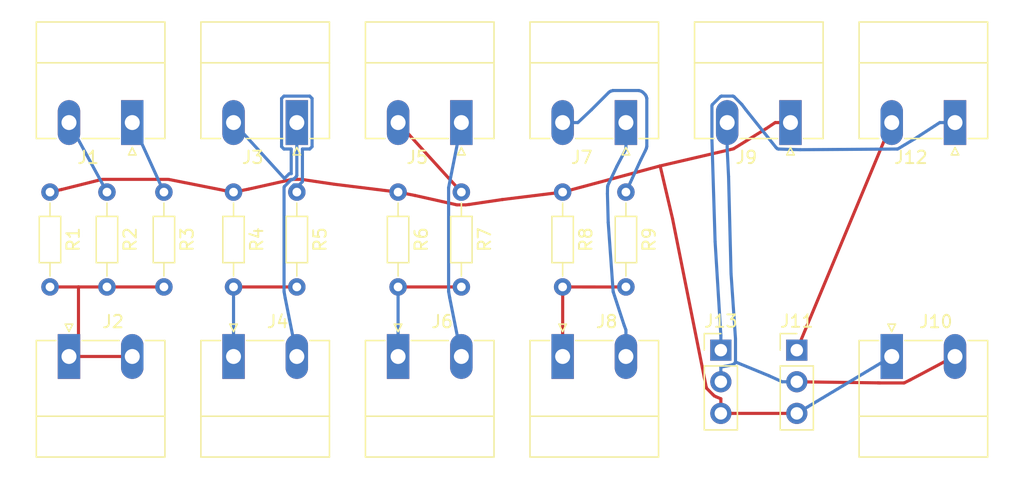
<source format=kicad_pcb>
(kicad_pcb (version 4) (host pcbnew 4.0.6)

  (general
    (links 30)
    (no_connects 0)
    (area 124.435618 92.133 206.780382 130.979)
    (thickness 1.6)
    (drawings 0)
    (tracks 201)
    (zones 0)
    (modules 22)
    (nets 17)
  )

  (page A4)
  (layers
    (0 F.Cu signal)
    (31 B.Cu signal)
    (32 B.Adhes user)
    (33 F.Adhes user)
    (34 B.Paste user)
    (35 F.Paste user)
    (36 B.SilkS user)
    (37 F.SilkS user)
    (38 B.Mask user)
    (39 F.Mask user)
    (40 Dwgs.User user)
    (41 Cmts.User user)
    (42 Eco1.User user)
    (43 Eco2.User user)
    (44 Edge.Cuts user)
    (45 Margin user)
    (46 B.CrtYd user)
    (47 F.CrtYd user)
    (48 B.Fab user)
    (49 F.Fab user)
  )

  (setup
    (last_trace_width 0.25)
    (trace_clearance 0.2)
    (zone_clearance 0.508)
    (zone_45_only no)
    (trace_min 0.2)
    (segment_width 0.2)
    (edge_width 0.15)
    (via_size 0.6)
    (via_drill 0.4)
    (via_min_size 0.4)
    (via_min_drill 0.3)
    (uvia_size 0.3)
    (uvia_drill 0.1)
    (uvias_allowed no)
    (uvia_min_size 0.2)
    (uvia_min_drill 0.1)
    (pcb_text_width 0.3)
    (pcb_text_size 1.5 1.5)
    (mod_edge_width 0.15)
    (mod_text_size 1 1)
    (mod_text_width 0.15)
    (pad_size 1.524 1.524)
    (pad_drill 0.762)
    (pad_to_mask_clearance 0.2)
    (aux_axis_origin 0 0)
    (visible_elements FFFFFF7F)
    (pcbplotparams
      (layerselection 0x00030_80000001)
      (usegerberextensions false)
      (excludeedgelayer true)
      (linewidth 0.100000)
      (plotframeref false)
      (viasonmask false)
      (mode 1)
      (useauxorigin false)
      (hpglpennumber 1)
      (hpglpenspeed 20)
      (hpglpendiameter 15)
      (hpglpenoverlay 2)
      (psnegative false)
      (psa4output false)
      (plotreference true)
      (plotvalue true)
      (plotinvisibletext false)
      (padsonsilk false)
      (subtractmaskfromsilk false)
      (outputformat 1)
      (mirror false)
      (drillshape 1)
      (scaleselection 1)
      (outputdirectory ""))
  )

  (net 0 "")
  (net 1 "Net-(J1-Pad1)")
  (net 2 "Net-(J1-Pad2)")
  (net 3 "Net-(J2-Pad1)")
  (net 4 "Net-(J3-Pad1)")
  (net 5 "Net-(J3-Pad2)")
  (net 6 "Net-(J4-Pad1)")
  (net 7 "Net-(J5-Pad1)")
  (net 8 "Net-(J5-Pad2)")
  (net 9 "Net-(J6-Pad1)")
  (net 10 "Net-(J7-Pad1)")
  (net 11 "Net-(J7-Pad2)")
  (net 12 "Net-(J8-Pad1)")
  (net 13 GND)
  (net 14 +5V)
  (net 15 "Net-(J11-Pad1)")
  (net 16 "Net-(J12-Pad1)")

  (net_class Default "This is the default net class."
    (clearance 0.2)
    (trace_width 0.25)
    (via_dia 0.6)
    (via_drill 0.4)
    (uvia_dia 0.3)
    (uvia_drill 0.1)
    (add_net +5V)
    (add_net GND)
    (add_net "Net-(J1-Pad1)")
    (add_net "Net-(J1-Pad2)")
    (add_net "Net-(J11-Pad1)")
    (add_net "Net-(J12-Pad1)")
    (add_net "Net-(J2-Pad1)")
    (add_net "Net-(J3-Pad1)")
    (add_net "Net-(J3-Pad2)")
    (add_net "Net-(J4-Pad1)")
    (add_net "Net-(J5-Pad1)")
    (add_net "Net-(J5-Pad2)")
    (add_net "Net-(J6-Pad1)")
    (add_net "Net-(J7-Pad1)")
    (add_net "Net-(J7-Pad2)")
    (add_net "Net-(J8-Pad1)")
  )

  (module Connectors_Phoenix:PhoenixContact_MC-G_02x5.08mm_Angled (layer F.Cu) (tedit 59566E61) (tstamp 5A91E09D)
    (at 135.128 102.108 180)
    (descr "Generic Phoenix Contact connector footprint for series: MC-G; number of pins: 02; pin pitch: 5.08mm; Angled || order number: 1836189 8A 320V")
    (tags "phoenix_contact connector MC_01x02_G_5.08mm")
    (path /5A91FCA2)
    (fp_text reference J1 (at 3.54 -2.8 180) (layer F.SilkS)
      (effects (font (size 1 1) (thickness 0.15)))
    )
    (fp_text value Screw_Terminal_1x02 (at 2.54 9 180) (layer F.Fab)
      (effects (font (size 1 1) (thickness 0.15)))
    )
    (fp_line (start -2.62 -1.28) (end -2.62 8.08) (layer F.SilkS) (width 0.12))
    (fp_line (start -2.62 8.08) (end 7.7 8.08) (layer F.SilkS) (width 0.12))
    (fp_line (start 7.7 8.08) (end 7.7 -1.28) (layer F.SilkS) (width 0.12))
    (fp_line (start -2.62 -1.28) (end -1.05 -1.28) (layer F.SilkS) (width 0.12))
    (fp_line (start 7.7 -1.28) (end 6.13 -1.28) (layer F.SilkS) (width 0.12))
    (fp_line (start 1.05 -1.28) (end 4.03 -1.28) (layer F.SilkS) (width 0.12))
    (fp_line (start -2.54 -1.2) (end -2.54 8) (layer F.Fab) (width 0.1))
    (fp_line (start -2.54 8) (end 7.62 8) (layer F.Fab) (width 0.1))
    (fp_line (start 7.62 8) (end 7.62 -1.2) (layer F.Fab) (width 0.1))
    (fp_line (start 7.62 -1.2) (end -2.54 -1.2) (layer F.Fab) (width 0.1))
    (fp_line (start -2.62 4.8) (end 7.7 4.8) (layer F.SilkS) (width 0.12))
    (fp_line (start -3.12 -2.3) (end -3.12 8.5) (layer F.CrtYd) (width 0.05))
    (fp_line (start -3.12 8.5) (end 8.12 8.5) (layer F.CrtYd) (width 0.05))
    (fp_line (start 8.12 8.5) (end 8.12 -2.3) (layer F.CrtYd) (width 0.05))
    (fp_line (start 8.12 -2.3) (end -3.12 -2.3) (layer F.CrtYd) (width 0.05))
    (fp_line (start 0.3 -2.6) (end 0 -2) (layer F.SilkS) (width 0.12))
    (fp_line (start 0 -2) (end -0.3 -2.6) (layer F.SilkS) (width 0.12))
    (fp_line (start -0.3 -2.6) (end 0.3 -2.6) (layer F.SilkS) (width 0.12))
    (fp_line (start 0.8 -1.2) (end 0 0) (layer F.Fab) (width 0.1))
    (fp_line (start 0 0) (end -0.8 -1.2) (layer F.Fab) (width 0.1))
    (fp_text user %R (at 2.54 3 180) (layer F.Fab)
      (effects (font (size 1 1) (thickness 0.15)))
    )
    (pad 1 thru_hole rect (at 0 0 180) (size 1.8 3.6) (drill 1.2) (layers *.Cu *.Mask)
      (net 1 "Net-(J1-Pad1)"))
    (pad 2 thru_hole oval (at 5.08 0 180) (size 1.8 3.6) (drill 1.2) (layers *.Cu *.Mask)
      (net 2 "Net-(J1-Pad2)"))
    (model ${KISYS3DMOD}/Connectors_Phoenix.3dshapes/PhoenixContact_MC-G_02x5.08mm_Angled.wrl
      (at (xyz 0 0 0))
      (scale (xyz 1 1 1))
      (rotate (xyz 0 0 0))
    )
  )

  (module Connectors_Phoenix:PhoenixContact_MC-G_02x5.08mm_Angled (layer F.Cu) (tedit 59566E61) (tstamp 5A91E0A3)
    (at 130.048 120.904)
    (descr "Generic Phoenix Contact connector footprint for series: MC-G; number of pins: 02; pin pitch: 5.08mm; Angled || order number: 1836189 8A 320V")
    (tags "phoenix_contact connector MC_01x02_G_5.08mm")
    (path /5A91E073)
    (fp_text reference J2 (at 3.54 -2.8) (layer F.SilkS)
      (effects (font (size 1 1) (thickness 0.15)))
    )
    (fp_text value Screw_Terminal_1x02 (at 2.54 9) (layer F.Fab)
      (effects (font (size 1 1) (thickness 0.15)))
    )
    (fp_line (start -2.62 -1.28) (end -2.62 8.08) (layer F.SilkS) (width 0.12))
    (fp_line (start -2.62 8.08) (end 7.7 8.08) (layer F.SilkS) (width 0.12))
    (fp_line (start 7.7 8.08) (end 7.7 -1.28) (layer F.SilkS) (width 0.12))
    (fp_line (start -2.62 -1.28) (end -1.05 -1.28) (layer F.SilkS) (width 0.12))
    (fp_line (start 7.7 -1.28) (end 6.13 -1.28) (layer F.SilkS) (width 0.12))
    (fp_line (start 1.05 -1.28) (end 4.03 -1.28) (layer F.SilkS) (width 0.12))
    (fp_line (start -2.54 -1.2) (end -2.54 8) (layer F.Fab) (width 0.1))
    (fp_line (start -2.54 8) (end 7.62 8) (layer F.Fab) (width 0.1))
    (fp_line (start 7.62 8) (end 7.62 -1.2) (layer F.Fab) (width 0.1))
    (fp_line (start 7.62 -1.2) (end -2.54 -1.2) (layer F.Fab) (width 0.1))
    (fp_line (start -2.62 4.8) (end 7.7 4.8) (layer F.SilkS) (width 0.12))
    (fp_line (start -3.12 -2.3) (end -3.12 8.5) (layer F.CrtYd) (width 0.05))
    (fp_line (start -3.12 8.5) (end 8.12 8.5) (layer F.CrtYd) (width 0.05))
    (fp_line (start 8.12 8.5) (end 8.12 -2.3) (layer F.CrtYd) (width 0.05))
    (fp_line (start 8.12 -2.3) (end -3.12 -2.3) (layer F.CrtYd) (width 0.05))
    (fp_line (start 0.3 -2.6) (end 0 -2) (layer F.SilkS) (width 0.12))
    (fp_line (start 0 -2) (end -0.3 -2.6) (layer F.SilkS) (width 0.12))
    (fp_line (start -0.3 -2.6) (end 0.3 -2.6) (layer F.SilkS) (width 0.12))
    (fp_line (start 0.8 -1.2) (end 0 0) (layer F.Fab) (width 0.1))
    (fp_line (start 0 0) (end -0.8 -1.2) (layer F.Fab) (width 0.1))
    (fp_text user %R (at 2.54 3) (layer F.Fab)
      (effects (font (size 1 1) (thickness 0.15)))
    )
    (pad 1 thru_hole rect (at 0 0) (size 1.8 3.6) (drill 1.2) (layers *.Cu *.Mask)
      (net 3 "Net-(J2-Pad1)"))
    (pad 2 thru_hole oval (at 5.08 0) (size 1.8 3.6) (drill 1.2) (layers *.Cu *.Mask)
      (net 3 "Net-(J2-Pad1)"))
    (model ${KISYS3DMOD}/Connectors_Phoenix.3dshapes/PhoenixContact_MC-G_02x5.08mm_Angled.wrl
      (at (xyz 0 0 0))
      (scale (xyz 1 1 1))
      (rotate (xyz 0 0 0))
    )
  )

  (module Connectors_Phoenix:PhoenixContact_MC-G_02x5.08mm_Angled (layer F.Cu) (tedit 59566E61) (tstamp 5A91E0A9)
    (at 148.336 102.108 180)
    (descr "Generic Phoenix Contact connector footprint for series: MC-G; number of pins: 02; pin pitch: 5.08mm; Angled || order number: 1836189 8A 320V")
    (tags "phoenix_contact connector MC_01x02_G_5.08mm")
    (path /5A91FD01)
    (fp_text reference J3 (at 3.54 -2.8 180) (layer F.SilkS)
      (effects (font (size 1 1) (thickness 0.15)))
    )
    (fp_text value Screw_Terminal_1x02 (at 2.54 9 180) (layer F.Fab)
      (effects (font (size 1 1) (thickness 0.15)))
    )
    (fp_line (start -2.62 -1.28) (end -2.62 8.08) (layer F.SilkS) (width 0.12))
    (fp_line (start -2.62 8.08) (end 7.7 8.08) (layer F.SilkS) (width 0.12))
    (fp_line (start 7.7 8.08) (end 7.7 -1.28) (layer F.SilkS) (width 0.12))
    (fp_line (start -2.62 -1.28) (end -1.05 -1.28) (layer F.SilkS) (width 0.12))
    (fp_line (start 7.7 -1.28) (end 6.13 -1.28) (layer F.SilkS) (width 0.12))
    (fp_line (start 1.05 -1.28) (end 4.03 -1.28) (layer F.SilkS) (width 0.12))
    (fp_line (start -2.54 -1.2) (end -2.54 8) (layer F.Fab) (width 0.1))
    (fp_line (start -2.54 8) (end 7.62 8) (layer F.Fab) (width 0.1))
    (fp_line (start 7.62 8) (end 7.62 -1.2) (layer F.Fab) (width 0.1))
    (fp_line (start 7.62 -1.2) (end -2.54 -1.2) (layer F.Fab) (width 0.1))
    (fp_line (start -2.62 4.8) (end 7.7 4.8) (layer F.SilkS) (width 0.12))
    (fp_line (start -3.12 -2.3) (end -3.12 8.5) (layer F.CrtYd) (width 0.05))
    (fp_line (start -3.12 8.5) (end 8.12 8.5) (layer F.CrtYd) (width 0.05))
    (fp_line (start 8.12 8.5) (end 8.12 -2.3) (layer F.CrtYd) (width 0.05))
    (fp_line (start 8.12 -2.3) (end -3.12 -2.3) (layer F.CrtYd) (width 0.05))
    (fp_line (start 0.3 -2.6) (end 0 -2) (layer F.SilkS) (width 0.12))
    (fp_line (start 0 -2) (end -0.3 -2.6) (layer F.SilkS) (width 0.12))
    (fp_line (start -0.3 -2.6) (end 0.3 -2.6) (layer F.SilkS) (width 0.12))
    (fp_line (start 0.8 -1.2) (end 0 0) (layer F.Fab) (width 0.1))
    (fp_line (start 0 0) (end -0.8 -1.2) (layer F.Fab) (width 0.1))
    (fp_text user %R (at 2.54 3 180) (layer F.Fab)
      (effects (font (size 1 1) (thickness 0.15)))
    )
    (pad 1 thru_hole rect (at 0 0 180) (size 1.8 3.6) (drill 1.2) (layers *.Cu *.Mask)
      (net 4 "Net-(J3-Pad1)"))
    (pad 2 thru_hole oval (at 5.08 0 180) (size 1.8 3.6) (drill 1.2) (layers *.Cu *.Mask)
      (net 5 "Net-(J3-Pad2)"))
    (model ${KISYS3DMOD}/Connectors_Phoenix.3dshapes/PhoenixContact_MC-G_02x5.08mm_Angled.wrl
      (at (xyz 0 0 0))
      (scale (xyz 1 1 1))
      (rotate (xyz 0 0 0))
    )
  )

  (module Connectors_Phoenix:PhoenixContact_MC-G_02x5.08mm_Angled (layer F.Cu) (tedit 59566E61) (tstamp 5A91E0AF)
    (at 143.256 120.904)
    (descr "Generic Phoenix Contact connector footprint for series: MC-G; number of pins: 02; pin pitch: 5.08mm; Angled || order number: 1836189 8A 320V")
    (tags "phoenix_contact connector MC_01x02_G_5.08mm")
    (path /5A91E2CD)
    (fp_text reference J4 (at 3.54 -2.8) (layer F.SilkS)
      (effects (font (size 1 1) (thickness 0.15)))
    )
    (fp_text value Screw_Terminal_1x02 (at 2.54 9) (layer F.Fab)
      (effects (font (size 1 1) (thickness 0.15)))
    )
    (fp_line (start -2.62 -1.28) (end -2.62 8.08) (layer F.SilkS) (width 0.12))
    (fp_line (start -2.62 8.08) (end 7.7 8.08) (layer F.SilkS) (width 0.12))
    (fp_line (start 7.7 8.08) (end 7.7 -1.28) (layer F.SilkS) (width 0.12))
    (fp_line (start -2.62 -1.28) (end -1.05 -1.28) (layer F.SilkS) (width 0.12))
    (fp_line (start 7.7 -1.28) (end 6.13 -1.28) (layer F.SilkS) (width 0.12))
    (fp_line (start 1.05 -1.28) (end 4.03 -1.28) (layer F.SilkS) (width 0.12))
    (fp_line (start -2.54 -1.2) (end -2.54 8) (layer F.Fab) (width 0.1))
    (fp_line (start -2.54 8) (end 7.62 8) (layer F.Fab) (width 0.1))
    (fp_line (start 7.62 8) (end 7.62 -1.2) (layer F.Fab) (width 0.1))
    (fp_line (start 7.62 -1.2) (end -2.54 -1.2) (layer F.Fab) (width 0.1))
    (fp_line (start -2.62 4.8) (end 7.7 4.8) (layer F.SilkS) (width 0.12))
    (fp_line (start -3.12 -2.3) (end -3.12 8.5) (layer F.CrtYd) (width 0.05))
    (fp_line (start -3.12 8.5) (end 8.12 8.5) (layer F.CrtYd) (width 0.05))
    (fp_line (start 8.12 8.5) (end 8.12 -2.3) (layer F.CrtYd) (width 0.05))
    (fp_line (start 8.12 -2.3) (end -3.12 -2.3) (layer F.CrtYd) (width 0.05))
    (fp_line (start 0.3 -2.6) (end 0 -2) (layer F.SilkS) (width 0.12))
    (fp_line (start 0 -2) (end -0.3 -2.6) (layer F.SilkS) (width 0.12))
    (fp_line (start -0.3 -2.6) (end 0.3 -2.6) (layer F.SilkS) (width 0.12))
    (fp_line (start 0.8 -1.2) (end 0 0) (layer F.Fab) (width 0.1))
    (fp_line (start 0 0) (end -0.8 -1.2) (layer F.Fab) (width 0.1))
    (fp_text user %R (at 2.54 3) (layer F.Fab)
      (effects (font (size 1 1) (thickness 0.15)))
    )
    (pad 1 thru_hole rect (at 0 0) (size 1.8 3.6) (drill 1.2) (layers *.Cu *.Mask)
      (net 6 "Net-(J4-Pad1)"))
    (pad 2 thru_hole oval (at 5.08 0) (size 1.8 3.6) (drill 1.2) (layers *.Cu *.Mask)
      (net 4 "Net-(J3-Pad1)"))
    (model ${KISYS3DMOD}/Connectors_Phoenix.3dshapes/PhoenixContact_MC-G_02x5.08mm_Angled.wrl
      (at (xyz 0 0 0))
      (scale (xyz 1 1 1))
      (rotate (xyz 0 0 0))
    )
  )

  (module Connectors_Phoenix:PhoenixContact_MC-G_02x5.08mm_Angled (layer F.Cu) (tedit 59566E61) (tstamp 5A91E0B5)
    (at 161.544 102.108 180)
    (descr "Generic Phoenix Contact connector footprint for series: MC-G; number of pins: 02; pin pitch: 5.08mm; Angled || order number: 1836189 8A 320V")
    (tags "phoenix_contact connector MC_01x02_G_5.08mm")
    (path /5A91FD6A)
    (fp_text reference J5 (at 3.54 -2.8 180) (layer F.SilkS)
      (effects (font (size 1 1) (thickness 0.15)))
    )
    (fp_text value Screw_Terminal_1x02 (at 2.54 9 180) (layer F.Fab)
      (effects (font (size 1 1) (thickness 0.15)))
    )
    (fp_line (start -2.62 -1.28) (end -2.62 8.08) (layer F.SilkS) (width 0.12))
    (fp_line (start -2.62 8.08) (end 7.7 8.08) (layer F.SilkS) (width 0.12))
    (fp_line (start 7.7 8.08) (end 7.7 -1.28) (layer F.SilkS) (width 0.12))
    (fp_line (start -2.62 -1.28) (end -1.05 -1.28) (layer F.SilkS) (width 0.12))
    (fp_line (start 7.7 -1.28) (end 6.13 -1.28) (layer F.SilkS) (width 0.12))
    (fp_line (start 1.05 -1.28) (end 4.03 -1.28) (layer F.SilkS) (width 0.12))
    (fp_line (start -2.54 -1.2) (end -2.54 8) (layer F.Fab) (width 0.1))
    (fp_line (start -2.54 8) (end 7.62 8) (layer F.Fab) (width 0.1))
    (fp_line (start 7.62 8) (end 7.62 -1.2) (layer F.Fab) (width 0.1))
    (fp_line (start 7.62 -1.2) (end -2.54 -1.2) (layer F.Fab) (width 0.1))
    (fp_line (start -2.62 4.8) (end 7.7 4.8) (layer F.SilkS) (width 0.12))
    (fp_line (start -3.12 -2.3) (end -3.12 8.5) (layer F.CrtYd) (width 0.05))
    (fp_line (start -3.12 8.5) (end 8.12 8.5) (layer F.CrtYd) (width 0.05))
    (fp_line (start 8.12 8.5) (end 8.12 -2.3) (layer F.CrtYd) (width 0.05))
    (fp_line (start 8.12 -2.3) (end -3.12 -2.3) (layer F.CrtYd) (width 0.05))
    (fp_line (start 0.3 -2.6) (end 0 -2) (layer F.SilkS) (width 0.12))
    (fp_line (start 0 -2) (end -0.3 -2.6) (layer F.SilkS) (width 0.12))
    (fp_line (start -0.3 -2.6) (end 0.3 -2.6) (layer F.SilkS) (width 0.12))
    (fp_line (start 0.8 -1.2) (end 0 0) (layer F.Fab) (width 0.1))
    (fp_line (start 0 0) (end -0.8 -1.2) (layer F.Fab) (width 0.1))
    (fp_text user %R (at 2.54 3 180) (layer F.Fab)
      (effects (font (size 1 1) (thickness 0.15)))
    )
    (pad 1 thru_hole rect (at 0 0 180) (size 1.8 3.6) (drill 1.2) (layers *.Cu *.Mask)
      (net 7 "Net-(J5-Pad1)"))
    (pad 2 thru_hole oval (at 5.08 0 180) (size 1.8 3.6) (drill 1.2) (layers *.Cu *.Mask)
      (net 8 "Net-(J5-Pad2)"))
    (model ${KISYS3DMOD}/Connectors_Phoenix.3dshapes/PhoenixContact_MC-G_02x5.08mm_Angled.wrl
      (at (xyz 0 0 0))
      (scale (xyz 1 1 1))
      (rotate (xyz 0 0 0))
    )
  )

  (module Connectors_Phoenix:PhoenixContact_MC-G_02x5.08mm_Angled (layer F.Cu) (tedit 59566E61) (tstamp 5A91E0BB)
    (at 156.464 120.904)
    (descr "Generic Phoenix Contact connector footprint for series: MC-G; number of pins: 02; pin pitch: 5.08mm; Angled || order number: 1836189 8A 320V")
    (tags "phoenix_contact connector MC_01x02_G_5.08mm")
    (path /5A91E52D)
    (fp_text reference J6 (at 3.54 -2.8) (layer F.SilkS)
      (effects (font (size 1 1) (thickness 0.15)))
    )
    (fp_text value Screw_Terminal_1x02 (at 2.54 9) (layer F.Fab)
      (effects (font (size 1 1) (thickness 0.15)))
    )
    (fp_line (start -2.62 -1.28) (end -2.62 8.08) (layer F.SilkS) (width 0.12))
    (fp_line (start -2.62 8.08) (end 7.7 8.08) (layer F.SilkS) (width 0.12))
    (fp_line (start 7.7 8.08) (end 7.7 -1.28) (layer F.SilkS) (width 0.12))
    (fp_line (start -2.62 -1.28) (end -1.05 -1.28) (layer F.SilkS) (width 0.12))
    (fp_line (start 7.7 -1.28) (end 6.13 -1.28) (layer F.SilkS) (width 0.12))
    (fp_line (start 1.05 -1.28) (end 4.03 -1.28) (layer F.SilkS) (width 0.12))
    (fp_line (start -2.54 -1.2) (end -2.54 8) (layer F.Fab) (width 0.1))
    (fp_line (start -2.54 8) (end 7.62 8) (layer F.Fab) (width 0.1))
    (fp_line (start 7.62 8) (end 7.62 -1.2) (layer F.Fab) (width 0.1))
    (fp_line (start 7.62 -1.2) (end -2.54 -1.2) (layer F.Fab) (width 0.1))
    (fp_line (start -2.62 4.8) (end 7.7 4.8) (layer F.SilkS) (width 0.12))
    (fp_line (start -3.12 -2.3) (end -3.12 8.5) (layer F.CrtYd) (width 0.05))
    (fp_line (start -3.12 8.5) (end 8.12 8.5) (layer F.CrtYd) (width 0.05))
    (fp_line (start 8.12 8.5) (end 8.12 -2.3) (layer F.CrtYd) (width 0.05))
    (fp_line (start 8.12 -2.3) (end -3.12 -2.3) (layer F.CrtYd) (width 0.05))
    (fp_line (start 0.3 -2.6) (end 0 -2) (layer F.SilkS) (width 0.12))
    (fp_line (start 0 -2) (end -0.3 -2.6) (layer F.SilkS) (width 0.12))
    (fp_line (start -0.3 -2.6) (end 0.3 -2.6) (layer F.SilkS) (width 0.12))
    (fp_line (start 0.8 -1.2) (end 0 0) (layer F.Fab) (width 0.1))
    (fp_line (start 0 0) (end -0.8 -1.2) (layer F.Fab) (width 0.1))
    (fp_text user %R (at 2.54 3) (layer F.Fab)
      (effects (font (size 1 1) (thickness 0.15)))
    )
    (pad 1 thru_hole rect (at 0 0) (size 1.8 3.6) (drill 1.2) (layers *.Cu *.Mask)
      (net 9 "Net-(J6-Pad1)"))
    (pad 2 thru_hole oval (at 5.08 0) (size 1.8 3.6) (drill 1.2) (layers *.Cu *.Mask)
      (net 7 "Net-(J5-Pad1)"))
    (model ${KISYS3DMOD}/Connectors_Phoenix.3dshapes/PhoenixContact_MC-G_02x5.08mm_Angled.wrl
      (at (xyz 0 0 0))
      (scale (xyz 1 1 1))
      (rotate (xyz 0 0 0))
    )
  )

  (module Connectors_Phoenix:PhoenixContact_MC-G_02x5.08mm_Angled (layer F.Cu) (tedit 59566E61) (tstamp 5A91E0C1)
    (at 174.752 102.108 180)
    (descr "Generic Phoenix Contact connector footprint for series: MC-G; number of pins: 02; pin pitch: 5.08mm; Angled || order number: 1836189 8A 320V")
    (tags "phoenix_contact connector MC_01x02_G_5.08mm")
    (path /5A91FDD1)
    (fp_text reference J7 (at 3.54 -2.8 180) (layer F.SilkS)
      (effects (font (size 1 1) (thickness 0.15)))
    )
    (fp_text value Screw_Terminal_1x02 (at 2.54 9 180) (layer F.Fab)
      (effects (font (size 1 1) (thickness 0.15)))
    )
    (fp_line (start -2.62 -1.28) (end -2.62 8.08) (layer F.SilkS) (width 0.12))
    (fp_line (start -2.62 8.08) (end 7.7 8.08) (layer F.SilkS) (width 0.12))
    (fp_line (start 7.7 8.08) (end 7.7 -1.28) (layer F.SilkS) (width 0.12))
    (fp_line (start -2.62 -1.28) (end -1.05 -1.28) (layer F.SilkS) (width 0.12))
    (fp_line (start 7.7 -1.28) (end 6.13 -1.28) (layer F.SilkS) (width 0.12))
    (fp_line (start 1.05 -1.28) (end 4.03 -1.28) (layer F.SilkS) (width 0.12))
    (fp_line (start -2.54 -1.2) (end -2.54 8) (layer F.Fab) (width 0.1))
    (fp_line (start -2.54 8) (end 7.62 8) (layer F.Fab) (width 0.1))
    (fp_line (start 7.62 8) (end 7.62 -1.2) (layer F.Fab) (width 0.1))
    (fp_line (start 7.62 -1.2) (end -2.54 -1.2) (layer F.Fab) (width 0.1))
    (fp_line (start -2.62 4.8) (end 7.7 4.8) (layer F.SilkS) (width 0.12))
    (fp_line (start -3.12 -2.3) (end -3.12 8.5) (layer F.CrtYd) (width 0.05))
    (fp_line (start -3.12 8.5) (end 8.12 8.5) (layer F.CrtYd) (width 0.05))
    (fp_line (start 8.12 8.5) (end 8.12 -2.3) (layer F.CrtYd) (width 0.05))
    (fp_line (start 8.12 -2.3) (end -3.12 -2.3) (layer F.CrtYd) (width 0.05))
    (fp_line (start 0.3 -2.6) (end 0 -2) (layer F.SilkS) (width 0.12))
    (fp_line (start 0 -2) (end -0.3 -2.6) (layer F.SilkS) (width 0.12))
    (fp_line (start -0.3 -2.6) (end 0.3 -2.6) (layer F.SilkS) (width 0.12))
    (fp_line (start 0.8 -1.2) (end 0 0) (layer F.Fab) (width 0.1))
    (fp_line (start 0 0) (end -0.8 -1.2) (layer F.Fab) (width 0.1))
    (fp_text user %R (at 2.54 3 180) (layer F.Fab)
      (effects (font (size 1 1) (thickness 0.15)))
    )
    (pad 1 thru_hole rect (at 0 0 180) (size 1.8 3.6) (drill 1.2) (layers *.Cu *.Mask)
      (net 10 "Net-(J7-Pad1)"))
    (pad 2 thru_hole oval (at 5.08 0 180) (size 1.8 3.6) (drill 1.2) (layers *.Cu *.Mask)
      (net 11 "Net-(J7-Pad2)"))
    (model ${KISYS3DMOD}/Connectors_Phoenix.3dshapes/PhoenixContact_MC-G_02x5.08mm_Angled.wrl
      (at (xyz 0 0 0))
      (scale (xyz 1 1 1))
      (rotate (xyz 0 0 0))
    )
  )

  (module Connectors_Phoenix:PhoenixContact_MC-G_02x5.08mm_Angled (layer F.Cu) (tedit 59566E61) (tstamp 5A91E0C7)
    (at 169.672 120.904)
    (descr "Generic Phoenix Contact connector footprint for series: MC-G; number of pins: 02; pin pitch: 5.08mm; Angled || order number: 1836189 8A 320V")
    (tags "phoenix_contact connector MC_01x02_G_5.08mm")
    (path /5A91E232)
    (fp_text reference J8 (at 3.54 -2.8) (layer F.SilkS)
      (effects (font (size 1 1) (thickness 0.15)))
    )
    (fp_text value Screw_Terminal_1x02 (at 2.54 9) (layer F.Fab)
      (effects (font (size 1 1) (thickness 0.15)))
    )
    (fp_line (start -2.62 -1.28) (end -2.62 8.08) (layer F.SilkS) (width 0.12))
    (fp_line (start -2.62 8.08) (end 7.7 8.08) (layer F.SilkS) (width 0.12))
    (fp_line (start 7.7 8.08) (end 7.7 -1.28) (layer F.SilkS) (width 0.12))
    (fp_line (start -2.62 -1.28) (end -1.05 -1.28) (layer F.SilkS) (width 0.12))
    (fp_line (start 7.7 -1.28) (end 6.13 -1.28) (layer F.SilkS) (width 0.12))
    (fp_line (start 1.05 -1.28) (end 4.03 -1.28) (layer F.SilkS) (width 0.12))
    (fp_line (start -2.54 -1.2) (end -2.54 8) (layer F.Fab) (width 0.1))
    (fp_line (start -2.54 8) (end 7.62 8) (layer F.Fab) (width 0.1))
    (fp_line (start 7.62 8) (end 7.62 -1.2) (layer F.Fab) (width 0.1))
    (fp_line (start 7.62 -1.2) (end -2.54 -1.2) (layer F.Fab) (width 0.1))
    (fp_line (start -2.62 4.8) (end 7.7 4.8) (layer F.SilkS) (width 0.12))
    (fp_line (start -3.12 -2.3) (end -3.12 8.5) (layer F.CrtYd) (width 0.05))
    (fp_line (start -3.12 8.5) (end 8.12 8.5) (layer F.CrtYd) (width 0.05))
    (fp_line (start 8.12 8.5) (end 8.12 -2.3) (layer F.CrtYd) (width 0.05))
    (fp_line (start 8.12 -2.3) (end -3.12 -2.3) (layer F.CrtYd) (width 0.05))
    (fp_line (start 0.3 -2.6) (end 0 -2) (layer F.SilkS) (width 0.12))
    (fp_line (start 0 -2) (end -0.3 -2.6) (layer F.SilkS) (width 0.12))
    (fp_line (start -0.3 -2.6) (end 0.3 -2.6) (layer F.SilkS) (width 0.12))
    (fp_line (start 0.8 -1.2) (end 0 0) (layer F.Fab) (width 0.1))
    (fp_line (start 0 0) (end -0.8 -1.2) (layer F.Fab) (width 0.1))
    (fp_text user %R (at 2.54 3) (layer F.Fab)
      (effects (font (size 1 1) (thickness 0.15)))
    )
    (pad 1 thru_hole rect (at 0 0) (size 1.8 3.6) (drill 1.2) (layers *.Cu *.Mask)
      (net 12 "Net-(J8-Pad1)"))
    (pad 2 thru_hole oval (at 5.08 0) (size 1.8 3.6) (drill 1.2) (layers *.Cu *.Mask)
      (net 10 "Net-(J7-Pad1)"))
    (model ${KISYS3DMOD}/Connectors_Phoenix.3dshapes/PhoenixContact_MC-G_02x5.08mm_Angled.wrl
      (at (xyz 0 0 0))
      (scale (xyz 1 1 1))
      (rotate (xyz 0 0 0))
    )
  )

  (module Connectors_Phoenix:PhoenixContact_MC-G_02x5.08mm_Angled (layer F.Cu) (tedit 59566E61) (tstamp 5A91E0CD)
    (at 187.96 102.108 180)
    (descr "Generic Phoenix Contact connector footprint for series: MC-G; number of pins: 02; pin pitch: 5.08mm; Angled || order number: 1836189 8A 320V")
    (tags "phoenix_contact connector MC_01x02_G_5.08mm")
    (path /5A91E5BC)
    (fp_text reference J9 (at 3.54 -2.8 180) (layer F.SilkS)
      (effects (font (size 1 1) (thickness 0.15)))
    )
    (fp_text value Screw_Terminal_1x02 (at 2.54 9 180) (layer F.Fab)
      (effects (font (size 1 1) (thickness 0.15)))
    )
    (fp_line (start -2.62 -1.28) (end -2.62 8.08) (layer F.SilkS) (width 0.12))
    (fp_line (start -2.62 8.08) (end 7.7 8.08) (layer F.SilkS) (width 0.12))
    (fp_line (start 7.7 8.08) (end 7.7 -1.28) (layer F.SilkS) (width 0.12))
    (fp_line (start -2.62 -1.28) (end -1.05 -1.28) (layer F.SilkS) (width 0.12))
    (fp_line (start 7.7 -1.28) (end 6.13 -1.28) (layer F.SilkS) (width 0.12))
    (fp_line (start 1.05 -1.28) (end 4.03 -1.28) (layer F.SilkS) (width 0.12))
    (fp_line (start -2.54 -1.2) (end -2.54 8) (layer F.Fab) (width 0.1))
    (fp_line (start -2.54 8) (end 7.62 8) (layer F.Fab) (width 0.1))
    (fp_line (start 7.62 8) (end 7.62 -1.2) (layer F.Fab) (width 0.1))
    (fp_line (start 7.62 -1.2) (end -2.54 -1.2) (layer F.Fab) (width 0.1))
    (fp_line (start -2.62 4.8) (end 7.7 4.8) (layer F.SilkS) (width 0.12))
    (fp_line (start -3.12 -2.3) (end -3.12 8.5) (layer F.CrtYd) (width 0.05))
    (fp_line (start -3.12 8.5) (end 8.12 8.5) (layer F.CrtYd) (width 0.05))
    (fp_line (start 8.12 8.5) (end 8.12 -2.3) (layer F.CrtYd) (width 0.05))
    (fp_line (start 8.12 -2.3) (end -3.12 -2.3) (layer F.CrtYd) (width 0.05))
    (fp_line (start 0.3 -2.6) (end 0 -2) (layer F.SilkS) (width 0.12))
    (fp_line (start 0 -2) (end -0.3 -2.6) (layer F.SilkS) (width 0.12))
    (fp_line (start -0.3 -2.6) (end 0.3 -2.6) (layer F.SilkS) (width 0.12))
    (fp_line (start 0.8 -1.2) (end 0 0) (layer F.Fab) (width 0.1))
    (fp_line (start 0 0) (end -0.8 -1.2) (layer F.Fab) (width 0.1))
    (fp_text user %R (at 2.54 3 180) (layer F.Fab)
      (effects (font (size 1 1) (thickness 0.15)))
    )
    (pad 1 thru_hole rect (at 0 0 180) (size 1.8 3.6) (drill 1.2) (layers *.Cu *.Mask)
      (net 13 GND))
    (pad 2 thru_hole oval (at 5.08 0 180) (size 1.8 3.6) (drill 1.2) (layers *.Cu *.Mask)
      (net 14 +5V))
    (model ${KISYS3DMOD}/Connectors_Phoenix.3dshapes/PhoenixContact_MC-G_02x5.08mm_Angled.wrl
      (at (xyz 0 0 0))
      (scale (xyz 1 1 1))
      (rotate (xyz 0 0 0))
    )
  )

  (module Connectors_Phoenix:PhoenixContact_MC-G_02x5.08mm_Angled (layer F.Cu) (tedit 59566E61) (tstamp 5A91E0D3)
    (at 196.088 120.904)
    (descr "Generic Phoenix Contact connector footprint for series: MC-G; number of pins: 02; pin pitch: 5.08mm; Angled || order number: 1836189 8A 320V")
    (tags "phoenix_contact connector MC_01x02_G_5.08mm")
    (path /5A91D070)
    (fp_text reference J10 (at 3.54 -2.8) (layer F.SilkS)
      (effects (font (size 1 1) (thickness 0.15)))
    )
    (fp_text value Screw_Terminal_1x02 (at 2.54 9) (layer F.Fab)
      (effects (font (size 1 1) (thickness 0.15)))
    )
    (fp_line (start -2.62 -1.28) (end -2.62 8.08) (layer F.SilkS) (width 0.12))
    (fp_line (start -2.62 8.08) (end 7.7 8.08) (layer F.SilkS) (width 0.12))
    (fp_line (start 7.7 8.08) (end 7.7 -1.28) (layer F.SilkS) (width 0.12))
    (fp_line (start -2.62 -1.28) (end -1.05 -1.28) (layer F.SilkS) (width 0.12))
    (fp_line (start 7.7 -1.28) (end 6.13 -1.28) (layer F.SilkS) (width 0.12))
    (fp_line (start 1.05 -1.28) (end 4.03 -1.28) (layer F.SilkS) (width 0.12))
    (fp_line (start -2.54 -1.2) (end -2.54 8) (layer F.Fab) (width 0.1))
    (fp_line (start -2.54 8) (end 7.62 8) (layer F.Fab) (width 0.1))
    (fp_line (start 7.62 8) (end 7.62 -1.2) (layer F.Fab) (width 0.1))
    (fp_line (start 7.62 -1.2) (end -2.54 -1.2) (layer F.Fab) (width 0.1))
    (fp_line (start -2.62 4.8) (end 7.7 4.8) (layer F.SilkS) (width 0.12))
    (fp_line (start -3.12 -2.3) (end -3.12 8.5) (layer F.CrtYd) (width 0.05))
    (fp_line (start -3.12 8.5) (end 8.12 8.5) (layer F.CrtYd) (width 0.05))
    (fp_line (start 8.12 8.5) (end 8.12 -2.3) (layer F.CrtYd) (width 0.05))
    (fp_line (start 8.12 -2.3) (end -3.12 -2.3) (layer F.CrtYd) (width 0.05))
    (fp_line (start 0.3 -2.6) (end 0 -2) (layer F.SilkS) (width 0.12))
    (fp_line (start 0 -2) (end -0.3 -2.6) (layer F.SilkS) (width 0.12))
    (fp_line (start -0.3 -2.6) (end 0.3 -2.6) (layer F.SilkS) (width 0.12))
    (fp_line (start 0.8 -1.2) (end 0 0) (layer F.Fab) (width 0.1))
    (fp_line (start 0 0) (end -0.8 -1.2) (layer F.Fab) (width 0.1))
    (fp_text user %R (at 2.54 3) (layer F.Fab)
      (effects (font (size 1 1) (thickness 0.15)))
    )
    (pad 1 thru_hole rect (at 0 0) (size 1.8 3.6) (drill 1.2) (layers *.Cu *.Mask)
      (net 13 GND))
    (pad 2 thru_hole oval (at 5.08 0) (size 1.8 3.6) (drill 1.2) (layers *.Cu *.Mask)
      (net 14 +5V))
    (model ${KISYS3DMOD}/Connectors_Phoenix.3dshapes/PhoenixContact_MC-G_02x5.08mm_Angled.wrl
      (at (xyz 0 0 0))
      (scale (xyz 1 1 1))
      (rotate (xyz 0 0 0))
    )
  )

  (module Pin_Headers:Pin_Header_Straight_1x03_Pitch2.54mm (layer F.Cu) (tedit 59650532) (tstamp 5A91E0DA)
    (at 188.468 120.396)
    (descr "Through hole straight pin header, 1x03, 2.54mm pitch, single row")
    (tags "Through hole pin header THT 1x03 2.54mm single row")
    (path /5A91D61C)
    (fp_text reference J11 (at 0 -2.33) (layer F.SilkS)
      (effects (font (size 1 1) (thickness 0.15)))
    )
    (fp_text value CONN_01X03 (at 0 7.41) (layer F.Fab)
      (effects (font (size 1 1) (thickness 0.15)))
    )
    (fp_line (start -0.635 -1.27) (end 1.27 -1.27) (layer F.Fab) (width 0.1))
    (fp_line (start 1.27 -1.27) (end 1.27 6.35) (layer F.Fab) (width 0.1))
    (fp_line (start 1.27 6.35) (end -1.27 6.35) (layer F.Fab) (width 0.1))
    (fp_line (start -1.27 6.35) (end -1.27 -0.635) (layer F.Fab) (width 0.1))
    (fp_line (start -1.27 -0.635) (end -0.635 -1.27) (layer F.Fab) (width 0.1))
    (fp_line (start -1.33 6.41) (end 1.33 6.41) (layer F.SilkS) (width 0.12))
    (fp_line (start -1.33 1.27) (end -1.33 6.41) (layer F.SilkS) (width 0.12))
    (fp_line (start 1.33 1.27) (end 1.33 6.41) (layer F.SilkS) (width 0.12))
    (fp_line (start -1.33 1.27) (end 1.33 1.27) (layer F.SilkS) (width 0.12))
    (fp_line (start -1.33 0) (end -1.33 -1.33) (layer F.SilkS) (width 0.12))
    (fp_line (start -1.33 -1.33) (end 0 -1.33) (layer F.SilkS) (width 0.12))
    (fp_line (start -1.8 -1.8) (end -1.8 6.85) (layer F.CrtYd) (width 0.05))
    (fp_line (start -1.8 6.85) (end 1.8 6.85) (layer F.CrtYd) (width 0.05))
    (fp_line (start 1.8 6.85) (end 1.8 -1.8) (layer F.CrtYd) (width 0.05))
    (fp_line (start 1.8 -1.8) (end -1.8 -1.8) (layer F.CrtYd) (width 0.05))
    (fp_text user %R (at 0 2.54 90) (layer F.Fab)
      (effects (font (size 1 1) (thickness 0.15)))
    )
    (pad 1 thru_hole rect (at 0 0) (size 1.7 1.7) (drill 1) (layers *.Cu *.Mask)
      (net 15 "Net-(J11-Pad1)"))
    (pad 2 thru_hole oval (at 0 2.54) (size 1.7 1.7) (drill 1) (layers *.Cu *.Mask)
      (net 14 +5V))
    (pad 3 thru_hole oval (at 0 5.08) (size 1.7 1.7) (drill 1) (layers *.Cu *.Mask)
      (net 13 GND))
    (model ${KISYS3DMOD}/Pin_Headers.3dshapes/Pin_Header_Straight_1x03_Pitch2.54mm.wrl
      (at (xyz 0 0 0))
      (scale (xyz 1 1 1))
      (rotate (xyz 0 0 0))
    )
  )

  (module Connectors_Phoenix:PhoenixContact_MC-G_02x5.08mm_Angled (layer F.Cu) (tedit 59566E61) (tstamp 5A91E0E0)
    (at 201.168 102.108 180)
    (descr "Generic Phoenix Contact connector footprint for series: MC-G; number of pins: 02; pin pitch: 5.08mm; Angled || order number: 1836189 8A 320V")
    (tags "phoenix_contact connector MC_01x02_G_5.08mm")
    (path /5A91D167)
    (fp_text reference J12 (at 3.54 -2.8 180) (layer F.SilkS)
      (effects (font (size 1 1) (thickness 0.15)))
    )
    (fp_text value Screw_Terminal_1x02 (at 2.54 9 180) (layer F.Fab)
      (effects (font (size 1 1) (thickness 0.15)))
    )
    (fp_line (start -2.62 -1.28) (end -2.62 8.08) (layer F.SilkS) (width 0.12))
    (fp_line (start -2.62 8.08) (end 7.7 8.08) (layer F.SilkS) (width 0.12))
    (fp_line (start 7.7 8.08) (end 7.7 -1.28) (layer F.SilkS) (width 0.12))
    (fp_line (start -2.62 -1.28) (end -1.05 -1.28) (layer F.SilkS) (width 0.12))
    (fp_line (start 7.7 -1.28) (end 6.13 -1.28) (layer F.SilkS) (width 0.12))
    (fp_line (start 1.05 -1.28) (end 4.03 -1.28) (layer F.SilkS) (width 0.12))
    (fp_line (start -2.54 -1.2) (end -2.54 8) (layer F.Fab) (width 0.1))
    (fp_line (start -2.54 8) (end 7.62 8) (layer F.Fab) (width 0.1))
    (fp_line (start 7.62 8) (end 7.62 -1.2) (layer F.Fab) (width 0.1))
    (fp_line (start 7.62 -1.2) (end -2.54 -1.2) (layer F.Fab) (width 0.1))
    (fp_line (start -2.62 4.8) (end 7.7 4.8) (layer F.SilkS) (width 0.12))
    (fp_line (start -3.12 -2.3) (end -3.12 8.5) (layer F.CrtYd) (width 0.05))
    (fp_line (start -3.12 8.5) (end 8.12 8.5) (layer F.CrtYd) (width 0.05))
    (fp_line (start 8.12 8.5) (end 8.12 -2.3) (layer F.CrtYd) (width 0.05))
    (fp_line (start 8.12 -2.3) (end -3.12 -2.3) (layer F.CrtYd) (width 0.05))
    (fp_line (start 0.3 -2.6) (end 0 -2) (layer F.SilkS) (width 0.12))
    (fp_line (start 0 -2) (end -0.3 -2.6) (layer F.SilkS) (width 0.12))
    (fp_line (start -0.3 -2.6) (end 0.3 -2.6) (layer F.SilkS) (width 0.12))
    (fp_line (start 0.8 -1.2) (end 0 0) (layer F.Fab) (width 0.1))
    (fp_line (start 0 0) (end -0.8 -1.2) (layer F.Fab) (width 0.1))
    (fp_text user %R (at 2.54 3 180) (layer F.Fab)
      (effects (font (size 1 1) (thickness 0.15)))
    )
    (pad 1 thru_hole rect (at 0 0 180) (size 1.8 3.6) (drill 1.2) (layers *.Cu *.Mask)
      (net 16 "Net-(J12-Pad1)"))
    (pad 2 thru_hole oval (at 5.08 0 180) (size 1.8 3.6) (drill 1.2) (layers *.Cu *.Mask)
      (net 15 "Net-(J11-Pad1)"))
    (model ${KISYS3DMOD}/Connectors_Phoenix.3dshapes/PhoenixContact_MC-G_02x5.08mm_Angled.wrl
      (at (xyz 0 0 0))
      (scale (xyz 1 1 1))
      (rotate (xyz 0 0 0))
    )
  )

  (module Pin_Headers:Pin_Header_Straight_1x03_Pitch2.54mm (layer F.Cu) (tedit 59650532) (tstamp 5A91E0E7)
    (at 182.372 120.396)
    (descr "Through hole straight pin header, 1x03, 2.54mm pitch, single row")
    (tags "Through hole pin header THT 1x03 2.54mm single row")
    (path /5A91D4BE)
    (fp_text reference J13 (at 0 -2.33) (layer F.SilkS)
      (effects (font (size 1 1) (thickness 0.15)))
    )
    (fp_text value CONN_01X03 (at 0 7.41) (layer F.Fab)
      (effects (font (size 1 1) (thickness 0.15)))
    )
    (fp_line (start -0.635 -1.27) (end 1.27 -1.27) (layer F.Fab) (width 0.1))
    (fp_line (start 1.27 -1.27) (end 1.27 6.35) (layer F.Fab) (width 0.1))
    (fp_line (start 1.27 6.35) (end -1.27 6.35) (layer F.Fab) (width 0.1))
    (fp_line (start -1.27 6.35) (end -1.27 -0.635) (layer F.Fab) (width 0.1))
    (fp_line (start -1.27 -0.635) (end -0.635 -1.27) (layer F.Fab) (width 0.1))
    (fp_line (start -1.33 6.41) (end 1.33 6.41) (layer F.SilkS) (width 0.12))
    (fp_line (start -1.33 1.27) (end -1.33 6.41) (layer F.SilkS) (width 0.12))
    (fp_line (start 1.33 1.27) (end 1.33 6.41) (layer F.SilkS) (width 0.12))
    (fp_line (start -1.33 1.27) (end 1.33 1.27) (layer F.SilkS) (width 0.12))
    (fp_line (start -1.33 0) (end -1.33 -1.33) (layer F.SilkS) (width 0.12))
    (fp_line (start -1.33 -1.33) (end 0 -1.33) (layer F.SilkS) (width 0.12))
    (fp_line (start -1.8 -1.8) (end -1.8 6.85) (layer F.CrtYd) (width 0.05))
    (fp_line (start -1.8 6.85) (end 1.8 6.85) (layer F.CrtYd) (width 0.05))
    (fp_line (start 1.8 6.85) (end 1.8 -1.8) (layer F.CrtYd) (width 0.05))
    (fp_line (start 1.8 -1.8) (end -1.8 -1.8) (layer F.CrtYd) (width 0.05))
    (fp_text user %R (at 0 2.54 90) (layer F.Fab)
      (effects (font (size 1 1) (thickness 0.15)))
    )
    (pad 1 thru_hole rect (at 0 0) (size 1.7 1.7) (drill 1) (layers *.Cu *.Mask)
      (net 16 "Net-(J12-Pad1)"))
    (pad 2 thru_hole oval (at 0 2.54) (size 1.7 1.7) (drill 1) (layers *.Cu *.Mask)
      (net 14 +5V))
    (pad 3 thru_hole oval (at 0 5.08) (size 1.7 1.7) (drill 1) (layers *.Cu *.Mask)
      (net 13 GND))
    (model ${KISYS3DMOD}/Pin_Headers.3dshapes/Pin_Header_Straight_1x03_Pitch2.54mm.wrl
      (at (xyz 0 0 0))
      (scale (xyz 1 1 1))
      (rotate (xyz 0 0 0))
    )
  )

  (module Resistors_THT:R_Axial_DIN0204_L3.6mm_D1.6mm_P7.62mm_Horizontal (layer F.Cu) (tedit 5874F706) (tstamp 5A91E0ED)
    (at 128.524 107.696 270)
    (descr "Resistor, Axial_DIN0204 series, Axial, Horizontal, pin pitch=7.62mm, 0.16666666666666666W = 1/6W, length*diameter=3.6*1.6mm^2, http://cdn-reichelt.de/documents/datenblatt/B400/1_4W%23YAG.pdf")
    (tags "Resistor Axial_DIN0204 series Axial Horizontal pin pitch 7.62mm 0.16666666666666666W = 1/6W length 3.6mm diameter 1.6mm")
    (path /5A92239A)
    (fp_text reference R1 (at 3.81 -1.86 270) (layer F.SilkS)
      (effects (font (size 1 1) (thickness 0.15)))
    )
    (fp_text value 1k (at 3.81 1.86 270) (layer F.Fab)
      (effects (font (size 1 1) (thickness 0.15)))
    )
    (fp_line (start 2.01 -0.8) (end 2.01 0.8) (layer F.Fab) (width 0.1))
    (fp_line (start 2.01 0.8) (end 5.61 0.8) (layer F.Fab) (width 0.1))
    (fp_line (start 5.61 0.8) (end 5.61 -0.8) (layer F.Fab) (width 0.1))
    (fp_line (start 5.61 -0.8) (end 2.01 -0.8) (layer F.Fab) (width 0.1))
    (fp_line (start 0 0) (end 2.01 0) (layer F.Fab) (width 0.1))
    (fp_line (start 7.62 0) (end 5.61 0) (layer F.Fab) (width 0.1))
    (fp_line (start 1.95 -0.86) (end 1.95 0.86) (layer F.SilkS) (width 0.12))
    (fp_line (start 1.95 0.86) (end 5.67 0.86) (layer F.SilkS) (width 0.12))
    (fp_line (start 5.67 0.86) (end 5.67 -0.86) (layer F.SilkS) (width 0.12))
    (fp_line (start 5.67 -0.86) (end 1.95 -0.86) (layer F.SilkS) (width 0.12))
    (fp_line (start 0.88 0) (end 1.95 0) (layer F.SilkS) (width 0.12))
    (fp_line (start 6.74 0) (end 5.67 0) (layer F.SilkS) (width 0.12))
    (fp_line (start -0.95 -1.15) (end -0.95 1.15) (layer F.CrtYd) (width 0.05))
    (fp_line (start -0.95 1.15) (end 8.6 1.15) (layer F.CrtYd) (width 0.05))
    (fp_line (start 8.6 1.15) (end 8.6 -1.15) (layer F.CrtYd) (width 0.05))
    (fp_line (start 8.6 -1.15) (end -0.95 -1.15) (layer F.CrtYd) (width 0.05))
    (pad 1 thru_hole circle (at 0 0 270) (size 1.4 1.4) (drill 0.7) (layers *.Cu *.Mask)
      (net 13 GND))
    (pad 2 thru_hole oval (at 7.62 0 270) (size 1.4 1.4) (drill 0.7) (layers *.Cu *.Mask)
      (net 3 "Net-(J2-Pad1)"))
    (model ${KISYS3DMOD}/Resistors_THT.3dshapes/R_Axial_DIN0204_L3.6mm_D1.6mm_P7.62mm_Horizontal.wrl
      (at (xyz 0 0 0))
      (scale (xyz 0.393701 0.393701 0.393701))
      (rotate (xyz 0 0 0))
    )
  )

  (module Resistors_THT:R_Axial_DIN0204_L3.6mm_D1.6mm_P7.62mm_Horizontal (layer F.Cu) (tedit 5874F706) (tstamp 5A91E0F3)
    (at 133.096 107.696 270)
    (descr "Resistor, Axial_DIN0204 series, Axial, Horizontal, pin pitch=7.62mm, 0.16666666666666666W = 1/6W, length*diameter=3.6*1.6mm^2, http://cdn-reichelt.de/documents/datenblatt/B400/1_4W%23YAG.pdf")
    (tags "Resistor Axial_DIN0204 series Axial Horizontal pin pitch 7.62mm 0.16666666666666666W = 1/6W length 3.6mm diameter 1.6mm")
    (path /5A922315)
    (fp_text reference R2 (at 3.81 -1.86 270) (layer F.SilkS)
      (effects (font (size 1 1) (thickness 0.15)))
    )
    (fp_text value 1k (at 3.81 1.86 270) (layer F.Fab)
      (effects (font (size 1 1) (thickness 0.15)))
    )
    (fp_line (start 2.01 -0.8) (end 2.01 0.8) (layer F.Fab) (width 0.1))
    (fp_line (start 2.01 0.8) (end 5.61 0.8) (layer F.Fab) (width 0.1))
    (fp_line (start 5.61 0.8) (end 5.61 -0.8) (layer F.Fab) (width 0.1))
    (fp_line (start 5.61 -0.8) (end 2.01 -0.8) (layer F.Fab) (width 0.1))
    (fp_line (start 0 0) (end 2.01 0) (layer F.Fab) (width 0.1))
    (fp_line (start 7.62 0) (end 5.61 0) (layer F.Fab) (width 0.1))
    (fp_line (start 1.95 -0.86) (end 1.95 0.86) (layer F.SilkS) (width 0.12))
    (fp_line (start 1.95 0.86) (end 5.67 0.86) (layer F.SilkS) (width 0.12))
    (fp_line (start 5.67 0.86) (end 5.67 -0.86) (layer F.SilkS) (width 0.12))
    (fp_line (start 5.67 -0.86) (end 1.95 -0.86) (layer F.SilkS) (width 0.12))
    (fp_line (start 0.88 0) (end 1.95 0) (layer F.SilkS) (width 0.12))
    (fp_line (start 6.74 0) (end 5.67 0) (layer F.SilkS) (width 0.12))
    (fp_line (start -0.95 -1.15) (end -0.95 1.15) (layer F.CrtYd) (width 0.05))
    (fp_line (start -0.95 1.15) (end 8.6 1.15) (layer F.CrtYd) (width 0.05))
    (fp_line (start 8.6 1.15) (end 8.6 -1.15) (layer F.CrtYd) (width 0.05))
    (fp_line (start 8.6 -1.15) (end -0.95 -1.15) (layer F.CrtYd) (width 0.05))
    (pad 1 thru_hole circle (at 0 0 270) (size 1.4 1.4) (drill 0.7) (layers *.Cu *.Mask)
      (net 2 "Net-(J1-Pad2)"))
    (pad 2 thru_hole oval (at 7.62 0 270) (size 1.4 1.4) (drill 0.7) (layers *.Cu *.Mask)
      (net 3 "Net-(J2-Pad1)"))
    (model ${KISYS3DMOD}/Resistors_THT.3dshapes/R_Axial_DIN0204_L3.6mm_D1.6mm_P7.62mm_Horizontal.wrl
      (at (xyz 0 0 0))
      (scale (xyz 0.393701 0.393701 0.393701))
      (rotate (xyz 0 0 0))
    )
  )

  (module Resistors_THT:R_Axial_DIN0204_L3.6mm_D1.6mm_P7.62mm_Horizontal (layer F.Cu) (tedit 5874F706) (tstamp 5A91E0F9)
    (at 137.668 107.696 270)
    (descr "Resistor, Axial_DIN0204 series, Axial, Horizontal, pin pitch=7.62mm, 0.16666666666666666W = 1/6W, length*diameter=3.6*1.6mm^2, http://cdn-reichelt.de/documents/datenblatt/B400/1_4W%23YAG.pdf")
    (tags "Resistor Axial_DIN0204 series Axial Horizontal pin pitch 7.62mm 0.16666666666666666W = 1/6W length 3.6mm diameter 1.6mm")
    (path /5A922293)
    (fp_text reference R3 (at 3.81 -1.86 270) (layer F.SilkS)
      (effects (font (size 1 1) (thickness 0.15)))
    )
    (fp_text value 2k2 (at 3.81 1.86 270) (layer F.Fab)
      (effects (font (size 1 1) (thickness 0.15)))
    )
    (fp_line (start 2.01 -0.8) (end 2.01 0.8) (layer F.Fab) (width 0.1))
    (fp_line (start 2.01 0.8) (end 5.61 0.8) (layer F.Fab) (width 0.1))
    (fp_line (start 5.61 0.8) (end 5.61 -0.8) (layer F.Fab) (width 0.1))
    (fp_line (start 5.61 -0.8) (end 2.01 -0.8) (layer F.Fab) (width 0.1))
    (fp_line (start 0 0) (end 2.01 0) (layer F.Fab) (width 0.1))
    (fp_line (start 7.62 0) (end 5.61 0) (layer F.Fab) (width 0.1))
    (fp_line (start 1.95 -0.86) (end 1.95 0.86) (layer F.SilkS) (width 0.12))
    (fp_line (start 1.95 0.86) (end 5.67 0.86) (layer F.SilkS) (width 0.12))
    (fp_line (start 5.67 0.86) (end 5.67 -0.86) (layer F.SilkS) (width 0.12))
    (fp_line (start 5.67 -0.86) (end 1.95 -0.86) (layer F.SilkS) (width 0.12))
    (fp_line (start 0.88 0) (end 1.95 0) (layer F.SilkS) (width 0.12))
    (fp_line (start 6.74 0) (end 5.67 0) (layer F.SilkS) (width 0.12))
    (fp_line (start -0.95 -1.15) (end -0.95 1.15) (layer F.CrtYd) (width 0.05))
    (fp_line (start -0.95 1.15) (end 8.6 1.15) (layer F.CrtYd) (width 0.05))
    (fp_line (start 8.6 1.15) (end 8.6 -1.15) (layer F.CrtYd) (width 0.05))
    (fp_line (start 8.6 -1.15) (end -0.95 -1.15) (layer F.CrtYd) (width 0.05))
    (pad 1 thru_hole circle (at 0 0 270) (size 1.4 1.4) (drill 0.7) (layers *.Cu *.Mask)
      (net 1 "Net-(J1-Pad1)"))
    (pad 2 thru_hole oval (at 7.62 0 270) (size 1.4 1.4) (drill 0.7) (layers *.Cu *.Mask)
      (net 3 "Net-(J2-Pad1)"))
    (model ${KISYS3DMOD}/Resistors_THT.3dshapes/R_Axial_DIN0204_L3.6mm_D1.6mm_P7.62mm_Horizontal.wrl
      (at (xyz 0 0 0))
      (scale (xyz 0.393701 0.393701 0.393701))
      (rotate (xyz 0 0 0))
    )
  )

  (module Resistors_THT:R_Axial_DIN0204_L3.6mm_D1.6mm_P7.62mm_Horizontal (layer F.Cu) (tedit 5874F706) (tstamp 5A91E0FF)
    (at 143.256 107.696 270)
    (descr "Resistor, Axial_DIN0204 series, Axial, Horizontal, pin pitch=7.62mm, 0.16666666666666666W = 1/6W, length*diameter=3.6*1.6mm^2, http://cdn-reichelt.de/documents/datenblatt/B400/1_4W%23YAG.pdf")
    (tags "Resistor Axial_DIN0204 series Axial Horizontal pin pitch 7.62mm 0.16666666666666666W = 1/6W length 3.6mm diameter 1.6mm")
    (path /5A921697)
    (fp_text reference R4 (at 3.81 -1.86 270) (layer F.SilkS)
      (effects (font (size 1 1) (thickness 0.15)))
    )
    (fp_text value 2k2 (at 3.81 1.86 270) (layer F.Fab)
      (effects (font (size 1 1) (thickness 0.15)))
    )
    (fp_line (start 2.01 -0.8) (end 2.01 0.8) (layer F.Fab) (width 0.1))
    (fp_line (start 2.01 0.8) (end 5.61 0.8) (layer F.Fab) (width 0.1))
    (fp_line (start 5.61 0.8) (end 5.61 -0.8) (layer F.Fab) (width 0.1))
    (fp_line (start 5.61 -0.8) (end 2.01 -0.8) (layer F.Fab) (width 0.1))
    (fp_line (start 0 0) (end 2.01 0) (layer F.Fab) (width 0.1))
    (fp_line (start 7.62 0) (end 5.61 0) (layer F.Fab) (width 0.1))
    (fp_line (start 1.95 -0.86) (end 1.95 0.86) (layer F.SilkS) (width 0.12))
    (fp_line (start 1.95 0.86) (end 5.67 0.86) (layer F.SilkS) (width 0.12))
    (fp_line (start 5.67 0.86) (end 5.67 -0.86) (layer F.SilkS) (width 0.12))
    (fp_line (start 5.67 -0.86) (end 1.95 -0.86) (layer F.SilkS) (width 0.12))
    (fp_line (start 0.88 0) (end 1.95 0) (layer F.SilkS) (width 0.12))
    (fp_line (start 6.74 0) (end 5.67 0) (layer F.SilkS) (width 0.12))
    (fp_line (start -0.95 -1.15) (end -0.95 1.15) (layer F.CrtYd) (width 0.05))
    (fp_line (start -0.95 1.15) (end 8.6 1.15) (layer F.CrtYd) (width 0.05))
    (fp_line (start 8.6 1.15) (end 8.6 -1.15) (layer F.CrtYd) (width 0.05))
    (fp_line (start 8.6 -1.15) (end -0.95 -1.15) (layer F.CrtYd) (width 0.05))
    (pad 1 thru_hole circle (at 0 0 270) (size 1.4 1.4) (drill 0.7) (layers *.Cu *.Mask)
      (net 13 GND))
    (pad 2 thru_hole oval (at 7.62 0 270) (size 1.4 1.4) (drill 0.7) (layers *.Cu *.Mask)
      (net 6 "Net-(J4-Pad1)"))
    (model ${KISYS3DMOD}/Resistors_THT.3dshapes/R_Axial_DIN0204_L3.6mm_D1.6mm_P7.62mm_Horizontal.wrl
      (at (xyz 0 0 0))
      (scale (xyz 0.393701 0.393701 0.393701))
      (rotate (xyz 0 0 0))
    )
  )

  (module Resistors_THT:R_Axial_DIN0204_L3.6mm_D1.6mm_P7.62mm_Horizontal (layer F.Cu) (tedit 5874F706) (tstamp 5A91E105)
    (at 148.336 107.696 270)
    (descr "Resistor, Axial_DIN0204 series, Axial, Horizontal, pin pitch=7.62mm, 0.16666666666666666W = 1/6W, length*diameter=3.6*1.6mm^2, http://cdn-reichelt.de/documents/datenblatt/B400/1_4W%23YAG.pdf")
    (tags "Resistor Axial_DIN0204 series Axial Horizontal pin pitch 7.62mm 0.16666666666666666W = 1/6W length 3.6mm diameter 1.6mm")
    (path /5A921296)
    (fp_text reference R5 (at 3.81 -1.86 270) (layer F.SilkS)
      (effects (font (size 1 1) (thickness 0.15)))
    )
    (fp_text value 1k (at 3.81 1.86 270) (layer F.Fab)
      (effects (font (size 1 1) (thickness 0.15)))
    )
    (fp_line (start 2.01 -0.8) (end 2.01 0.8) (layer F.Fab) (width 0.1))
    (fp_line (start 2.01 0.8) (end 5.61 0.8) (layer F.Fab) (width 0.1))
    (fp_line (start 5.61 0.8) (end 5.61 -0.8) (layer F.Fab) (width 0.1))
    (fp_line (start 5.61 -0.8) (end 2.01 -0.8) (layer F.Fab) (width 0.1))
    (fp_line (start 0 0) (end 2.01 0) (layer F.Fab) (width 0.1))
    (fp_line (start 7.62 0) (end 5.61 0) (layer F.Fab) (width 0.1))
    (fp_line (start 1.95 -0.86) (end 1.95 0.86) (layer F.SilkS) (width 0.12))
    (fp_line (start 1.95 0.86) (end 5.67 0.86) (layer F.SilkS) (width 0.12))
    (fp_line (start 5.67 0.86) (end 5.67 -0.86) (layer F.SilkS) (width 0.12))
    (fp_line (start 5.67 -0.86) (end 1.95 -0.86) (layer F.SilkS) (width 0.12))
    (fp_line (start 0.88 0) (end 1.95 0) (layer F.SilkS) (width 0.12))
    (fp_line (start 6.74 0) (end 5.67 0) (layer F.SilkS) (width 0.12))
    (fp_line (start -0.95 -1.15) (end -0.95 1.15) (layer F.CrtYd) (width 0.05))
    (fp_line (start -0.95 1.15) (end 8.6 1.15) (layer F.CrtYd) (width 0.05))
    (fp_line (start 8.6 1.15) (end 8.6 -1.15) (layer F.CrtYd) (width 0.05))
    (fp_line (start 8.6 -1.15) (end -0.95 -1.15) (layer F.CrtYd) (width 0.05))
    (pad 1 thru_hole circle (at 0 0 270) (size 1.4 1.4) (drill 0.7) (layers *.Cu *.Mask)
      (net 5 "Net-(J3-Pad2)"))
    (pad 2 thru_hole oval (at 7.62 0 270) (size 1.4 1.4) (drill 0.7) (layers *.Cu *.Mask)
      (net 6 "Net-(J4-Pad1)"))
    (model ${KISYS3DMOD}/Resistors_THT.3dshapes/R_Axial_DIN0204_L3.6mm_D1.6mm_P7.62mm_Horizontal.wrl
      (at (xyz 0 0 0))
      (scale (xyz 0.393701 0.393701 0.393701))
      (rotate (xyz 0 0 0))
    )
  )

  (module Resistors_THT:R_Axial_DIN0204_L3.6mm_D1.6mm_P7.62mm_Horizontal (layer F.Cu) (tedit 5874F706) (tstamp 5A91E10B)
    (at 156.464 107.696 270)
    (descr "Resistor, Axial_DIN0204 series, Axial, Horizontal, pin pitch=7.62mm, 0.16666666666666666W = 1/6W, length*diameter=3.6*1.6mm^2, http://cdn-reichelt.de/documents/datenblatt/B400/1_4W%23YAG.pdf")
    (tags "Resistor Axial_DIN0204 series Axial Horizontal pin pitch 7.62mm 0.16666666666666666W = 1/6W length 3.6mm diameter 1.6mm")
    (path /5A921623)
    (fp_text reference R6 (at 3.81 -1.86 270) (layer F.SilkS)
      (effects (font (size 1 1) (thickness 0.15)))
    )
    (fp_text value 2k2 (at 3.81 1.86 270) (layer F.Fab)
      (effects (font (size 1 1) (thickness 0.15)))
    )
    (fp_line (start 2.01 -0.8) (end 2.01 0.8) (layer F.Fab) (width 0.1))
    (fp_line (start 2.01 0.8) (end 5.61 0.8) (layer F.Fab) (width 0.1))
    (fp_line (start 5.61 0.8) (end 5.61 -0.8) (layer F.Fab) (width 0.1))
    (fp_line (start 5.61 -0.8) (end 2.01 -0.8) (layer F.Fab) (width 0.1))
    (fp_line (start 0 0) (end 2.01 0) (layer F.Fab) (width 0.1))
    (fp_line (start 7.62 0) (end 5.61 0) (layer F.Fab) (width 0.1))
    (fp_line (start 1.95 -0.86) (end 1.95 0.86) (layer F.SilkS) (width 0.12))
    (fp_line (start 1.95 0.86) (end 5.67 0.86) (layer F.SilkS) (width 0.12))
    (fp_line (start 5.67 0.86) (end 5.67 -0.86) (layer F.SilkS) (width 0.12))
    (fp_line (start 5.67 -0.86) (end 1.95 -0.86) (layer F.SilkS) (width 0.12))
    (fp_line (start 0.88 0) (end 1.95 0) (layer F.SilkS) (width 0.12))
    (fp_line (start 6.74 0) (end 5.67 0) (layer F.SilkS) (width 0.12))
    (fp_line (start -0.95 -1.15) (end -0.95 1.15) (layer F.CrtYd) (width 0.05))
    (fp_line (start -0.95 1.15) (end 8.6 1.15) (layer F.CrtYd) (width 0.05))
    (fp_line (start 8.6 1.15) (end 8.6 -1.15) (layer F.CrtYd) (width 0.05))
    (fp_line (start 8.6 -1.15) (end -0.95 -1.15) (layer F.CrtYd) (width 0.05))
    (pad 1 thru_hole circle (at 0 0 270) (size 1.4 1.4) (drill 0.7) (layers *.Cu *.Mask)
      (net 13 GND))
    (pad 2 thru_hole oval (at 7.62 0 270) (size 1.4 1.4) (drill 0.7) (layers *.Cu *.Mask)
      (net 9 "Net-(J6-Pad1)"))
    (model ${KISYS3DMOD}/Resistors_THT.3dshapes/R_Axial_DIN0204_L3.6mm_D1.6mm_P7.62mm_Horizontal.wrl
      (at (xyz 0 0 0))
      (scale (xyz 0.393701 0.393701 0.393701))
      (rotate (xyz 0 0 0))
    )
  )

  (module Resistors_THT:R_Axial_DIN0204_L3.6mm_D1.6mm_P7.62mm_Horizontal (layer F.Cu) (tedit 5874F706) (tstamp 5A91E111)
    (at 161.544 107.696 270)
    (descr "Resistor, Axial_DIN0204 series, Axial, Horizontal, pin pitch=7.62mm, 0.16666666666666666W = 1/6W, length*diameter=3.6*1.6mm^2, http://cdn-reichelt.de/documents/datenblatt/B400/1_4W%23YAG.pdf")
    (tags "Resistor Axial_DIN0204 series Axial Horizontal pin pitch 7.62mm 0.16666666666666666W = 1/6W length 3.6mm diameter 1.6mm")
    (path /5A92122C)
    (fp_text reference R7 (at 3.81 -1.86 270) (layer F.SilkS)
      (effects (font (size 1 1) (thickness 0.15)))
    )
    (fp_text value 1k (at 3.81 1.86 270) (layer F.Fab)
      (effects (font (size 1 1) (thickness 0.15)))
    )
    (fp_line (start 2.01 -0.8) (end 2.01 0.8) (layer F.Fab) (width 0.1))
    (fp_line (start 2.01 0.8) (end 5.61 0.8) (layer F.Fab) (width 0.1))
    (fp_line (start 5.61 0.8) (end 5.61 -0.8) (layer F.Fab) (width 0.1))
    (fp_line (start 5.61 -0.8) (end 2.01 -0.8) (layer F.Fab) (width 0.1))
    (fp_line (start 0 0) (end 2.01 0) (layer F.Fab) (width 0.1))
    (fp_line (start 7.62 0) (end 5.61 0) (layer F.Fab) (width 0.1))
    (fp_line (start 1.95 -0.86) (end 1.95 0.86) (layer F.SilkS) (width 0.12))
    (fp_line (start 1.95 0.86) (end 5.67 0.86) (layer F.SilkS) (width 0.12))
    (fp_line (start 5.67 0.86) (end 5.67 -0.86) (layer F.SilkS) (width 0.12))
    (fp_line (start 5.67 -0.86) (end 1.95 -0.86) (layer F.SilkS) (width 0.12))
    (fp_line (start 0.88 0) (end 1.95 0) (layer F.SilkS) (width 0.12))
    (fp_line (start 6.74 0) (end 5.67 0) (layer F.SilkS) (width 0.12))
    (fp_line (start -0.95 -1.15) (end -0.95 1.15) (layer F.CrtYd) (width 0.05))
    (fp_line (start -0.95 1.15) (end 8.6 1.15) (layer F.CrtYd) (width 0.05))
    (fp_line (start 8.6 1.15) (end 8.6 -1.15) (layer F.CrtYd) (width 0.05))
    (fp_line (start 8.6 -1.15) (end -0.95 -1.15) (layer F.CrtYd) (width 0.05))
    (pad 1 thru_hole circle (at 0 0 270) (size 1.4 1.4) (drill 0.7) (layers *.Cu *.Mask)
      (net 8 "Net-(J5-Pad2)"))
    (pad 2 thru_hole oval (at 7.62 0 270) (size 1.4 1.4) (drill 0.7) (layers *.Cu *.Mask)
      (net 9 "Net-(J6-Pad1)"))
    (model ${KISYS3DMOD}/Resistors_THT.3dshapes/R_Axial_DIN0204_L3.6mm_D1.6mm_P7.62mm_Horizontal.wrl
      (at (xyz 0 0 0))
      (scale (xyz 0.393701 0.393701 0.393701))
      (rotate (xyz 0 0 0))
    )
  )

  (module Resistors_THT:R_Axial_DIN0204_L3.6mm_D1.6mm_P7.62mm_Horizontal (layer F.Cu) (tedit 5874F706) (tstamp 5A91E117)
    (at 169.672 107.696 270)
    (descr "Resistor, Axial_DIN0204 series, Axial, Horizontal, pin pitch=7.62mm, 0.16666666666666666W = 1/6W, length*diameter=3.6*1.6mm^2, http://cdn-reichelt.de/documents/datenblatt/B400/1_4W%23YAG.pdf")
    (tags "Resistor Axial_DIN0204 series Axial Horizontal pin pitch 7.62mm 0.16666666666666666W = 1/6W length 3.6mm diameter 1.6mm")
    (path /5A92154D)
    (fp_text reference R8 (at 3.81 -1.86 270) (layer F.SilkS)
      (effects (font (size 1 1) (thickness 0.15)))
    )
    (fp_text value 2k2 (at 3.81 1.86 270) (layer F.Fab)
      (effects (font (size 1 1) (thickness 0.15)))
    )
    (fp_line (start 2.01 -0.8) (end 2.01 0.8) (layer F.Fab) (width 0.1))
    (fp_line (start 2.01 0.8) (end 5.61 0.8) (layer F.Fab) (width 0.1))
    (fp_line (start 5.61 0.8) (end 5.61 -0.8) (layer F.Fab) (width 0.1))
    (fp_line (start 5.61 -0.8) (end 2.01 -0.8) (layer F.Fab) (width 0.1))
    (fp_line (start 0 0) (end 2.01 0) (layer F.Fab) (width 0.1))
    (fp_line (start 7.62 0) (end 5.61 0) (layer F.Fab) (width 0.1))
    (fp_line (start 1.95 -0.86) (end 1.95 0.86) (layer F.SilkS) (width 0.12))
    (fp_line (start 1.95 0.86) (end 5.67 0.86) (layer F.SilkS) (width 0.12))
    (fp_line (start 5.67 0.86) (end 5.67 -0.86) (layer F.SilkS) (width 0.12))
    (fp_line (start 5.67 -0.86) (end 1.95 -0.86) (layer F.SilkS) (width 0.12))
    (fp_line (start 0.88 0) (end 1.95 0) (layer F.SilkS) (width 0.12))
    (fp_line (start 6.74 0) (end 5.67 0) (layer F.SilkS) (width 0.12))
    (fp_line (start -0.95 -1.15) (end -0.95 1.15) (layer F.CrtYd) (width 0.05))
    (fp_line (start -0.95 1.15) (end 8.6 1.15) (layer F.CrtYd) (width 0.05))
    (fp_line (start 8.6 1.15) (end 8.6 -1.15) (layer F.CrtYd) (width 0.05))
    (fp_line (start 8.6 -1.15) (end -0.95 -1.15) (layer F.CrtYd) (width 0.05))
    (pad 1 thru_hole circle (at 0 0 270) (size 1.4 1.4) (drill 0.7) (layers *.Cu *.Mask)
      (net 13 GND))
    (pad 2 thru_hole oval (at 7.62 0 270) (size 1.4 1.4) (drill 0.7) (layers *.Cu *.Mask)
      (net 12 "Net-(J8-Pad1)"))
    (model ${KISYS3DMOD}/Resistors_THT.3dshapes/R_Axial_DIN0204_L3.6mm_D1.6mm_P7.62mm_Horizontal.wrl
      (at (xyz 0 0 0))
      (scale (xyz 0.393701 0.393701 0.393701))
      (rotate (xyz 0 0 0))
    )
  )

  (module Resistors_THT:R_Axial_DIN0204_L3.6mm_D1.6mm_P7.62mm_Horizontal (layer F.Cu) (tedit 5874F706) (tstamp 5A91E11D)
    (at 174.752 107.696 270)
    (descr "Resistor, Axial_DIN0204 series, Axial, Horizontal, pin pitch=7.62mm, 0.16666666666666666W = 1/6W, length*diameter=3.6*1.6mm^2, http://cdn-reichelt.de/documents/datenblatt/B400/1_4W%23YAG.pdf")
    (tags "Resistor Axial_DIN0204 series Axial Horizontal pin pitch 7.62mm 0.16666666666666666W = 1/6W length 3.6mm diameter 1.6mm")
    (path /5A92117B)
    (fp_text reference R9 (at 3.81 -1.86 270) (layer F.SilkS)
      (effects (font (size 1 1) (thickness 0.15)))
    )
    (fp_text value 1k (at 3.81 1.86 270) (layer F.Fab)
      (effects (font (size 1 1) (thickness 0.15)))
    )
    (fp_line (start 2.01 -0.8) (end 2.01 0.8) (layer F.Fab) (width 0.1))
    (fp_line (start 2.01 0.8) (end 5.61 0.8) (layer F.Fab) (width 0.1))
    (fp_line (start 5.61 0.8) (end 5.61 -0.8) (layer F.Fab) (width 0.1))
    (fp_line (start 5.61 -0.8) (end 2.01 -0.8) (layer F.Fab) (width 0.1))
    (fp_line (start 0 0) (end 2.01 0) (layer F.Fab) (width 0.1))
    (fp_line (start 7.62 0) (end 5.61 0) (layer F.Fab) (width 0.1))
    (fp_line (start 1.95 -0.86) (end 1.95 0.86) (layer F.SilkS) (width 0.12))
    (fp_line (start 1.95 0.86) (end 5.67 0.86) (layer F.SilkS) (width 0.12))
    (fp_line (start 5.67 0.86) (end 5.67 -0.86) (layer F.SilkS) (width 0.12))
    (fp_line (start 5.67 -0.86) (end 1.95 -0.86) (layer F.SilkS) (width 0.12))
    (fp_line (start 0.88 0) (end 1.95 0) (layer F.SilkS) (width 0.12))
    (fp_line (start 6.74 0) (end 5.67 0) (layer F.SilkS) (width 0.12))
    (fp_line (start -0.95 -1.15) (end -0.95 1.15) (layer F.CrtYd) (width 0.05))
    (fp_line (start -0.95 1.15) (end 8.6 1.15) (layer F.CrtYd) (width 0.05))
    (fp_line (start 8.6 1.15) (end 8.6 -1.15) (layer F.CrtYd) (width 0.05))
    (fp_line (start 8.6 -1.15) (end -0.95 -1.15) (layer F.CrtYd) (width 0.05))
    (pad 1 thru_hole circle (at 0 0 270) (size 1.4 1.4) (drill 0.7) (layers *.Cu *.Mask)
      (net 11 "Net-(J7-Pad2)"))
    (pad 2 thru_hole oval (at 7.62 0 270) (size 1.4 1.4) (drill 0.7) (layers *.Cu *.Mask)
      (net 12 "Net-(J8-Pad1)"))
    (model ${KISYS3DMOD}/Resistors_THT.3dshapes/R_Axial_DIN0204_L3.6mm_D1.6mm_P7.62mm_Horizontal.wrl
      (at (xyz 0 0 0))
      (scale (xyz 0.393701 0.393701 0.393701))
      (rotate (xyz 0 0 0))
    )
  )

  (segment (start 137.668 107.696) (end 135.128 102.108) (width 0.25) (layer B.Cu) (net 1))
  (segment (start 133.096 107.696) (end 130.048 102.108) (width 0.25) (layer B.Cu) (net 2))
  (segment (start 137.668 115.316) (end 133.096 115.316) (width 0.25) (layer F.Cu) (net 3))
  (segment (start 130.81 115.316) (end 130.81 120.904) (width 0.25) (layer F.Cu) (net 3))
  (segment (start 135.128 120.904) (end 130.81 120.904) (width 0.25) (layer F.Cu) (net 3))
  (segment (start 130.81 120.904) (end 130.048 120.904) (width 0.25) (layer F.Cu) (net 3))
  (segment (start 133.096 115.316) (end 130.81 115.316) (width 0.25) (layer F.Cu) (net 3))
  (segment (start 130.81 115.316) (end 128.524 115.316) (width 0.25) (layer F.Cu) (net 3))
  (segment (start 148.336 106.344) (end 148.336 102.108) (width 0.25) (layer B.Cu) (net 4))
  (segment (start 148.3295 106.3769) (end 148.336 106.344) (width 0.25) (layer B.Cu) (net 4))
  (segment (start 148.3098 106.4243) (end 148.3295 106.3769) (width 0.25) (layer B.Cu) (net 4))
  (segment (start 148.2975 106.4428) (end 148.3098 106.4243) (width 0.25) (layer B.Cu) (net 4))
  (segment (start 148.2832 106.4602) (end 148.2975 106.4428) (width 0.25) (layer B.Cu) (net 4))
  (segment (start 148.1167 106.6267) (end 148.2832 106.4602) (width 0.25) (layer B.Cu) (net 4))
  (segment (start 148.0931 106.6425) (end 148.1167 106.6267) (width 0.25) (layer B.Cu) (net 4))
  (segment (start 148.0592 106.6565) (end 148.0931 106.6425) (width 0.25) (layer B.Cu) (net 4))
  (segment (start 148.0124 106.6707) (end 148.0592 106.6565) (width 0.25) (layer B.Cu) (net 4))
  (segment (start 147.9738 106.6707) (end 148.0124 106.6707) (width 0.25) (layer B.Cu) (net 4))
  (segment (start 147.9427 106.6769) (end 147.9738 106.6707) (width 0.25) (layer B.Cu) (net 4))
  (segment (start 147.8982 106.6953) (end 147.9427 106.6769) (width 0.25) (layer B.Cu) (net 4))
  (segment (start 147.8634 106.7186) (end 147.8982 106.6953) (width 0.25) (layer B.Cu) (net 4))
  (segment (start 147.355 107.227) (end 147.8634 106.7186) (width 0.25) (layer B.Cu) (net 4))
  (segment (start 147.3373 107.2535) (end 147.355 107.227) (width 0.25) (layer B.Cu) (net 4))
  (segment (start 147.319 107.2976) (end 147.3373 107.2535) (width 0.25) (layer B.Cu) (net 4))
  (segment (start 147.3107 107.3393) (end 147.319 107.2976) (width 0.25) (layer B.Cu) (net 4))
  (segment (start 147.3107 115.6582) (end 147.3107 107.3393) (width 0.25) (layer B.Cu) (net 4))
  (segment (start 147.3146 115.6981) (end 147.3107 115.6582) (width 0.25) (layer B.Cu) (net 4))
  (segment (start 147.399 116.1839) (end 147.3146 115.6981) (width 0.25) (layer B.Cu) (net 4))
  (segment (start 148.336 120.8911) (end 147.399 116.1839) (width 0.25) (layer B.Cu) (net 4))
  (segment (start 148.336 120.904) (end 148.336 120.8911) (width 0.25) (layer B.Cu) (net 4))
  (segment (start 147.3422 106.6029) (end 143.256 102.108) (width 0.25) (layer B.Cu) (net 5))
  (segment (start 147.7247 106.2204) (end 147.3422 106.6029) (width 0.25) (layer B.Cu) (net 5))
  (segment (start 147.8857 106.2204) (end 147.7247 106.2204) (width 0.25) (layer B.Cu) (net 5))
  (segment (start 147.8857 104.2333) (end 147.8857 106.2204) (width 0.25) (layer B.Cu) (net 5))
  (segment (start 147.3012 104.2333) (end 147.8857 104.2333) (width 0.25) (layer B.Cu) (net 5))
  (segment (start 147.1107 104.0428) (end 147.3012 104.2333) (width 0.25) (layer B.Cu) (net 5))
  (segment (start 147.1107 100.1732) (end 147.1107 104.0428) (width 0.25) (layer B.Cu) (net 5))
  (segment (start 147.3012 99.9827) (end 147.1107 100.1732) (width 0.25) (layer B.Cu) (net 5))
  (segment (start 149.3708 99.9827) (end 147.3012 99.9827) (width 0.25) (layer B.Cu) (net 5))
  (segment (start 149.5613 100.1732) (end 149.3708 99.9827) (width 0.25) (layer B.Cu) (net 5))
  (segment (start 149.5613 104.0428) (end 149.5613 100.1732) (width 0.25) (layer B.Cu) (net 5))
  (segment (start 149.3708 104.2333) (end 149.5613 104.0428) (width 0.25) (layer B.Cu) (net 5))
  (segment (start 148.7863 104.2333) (end 149.3708 104.2333) (width 0.25) (layer B.Cu) (net 5))
  (segment (start 148.7863 106.4841) (end 148.7863 104.2333) (width 0.25) (layer B.Cu) (net 5))
  (segment (start 148.7863 106.8573) (end 148.7863 106.4841) (width 0.25) (layer B.Cu) (net 5))
  (segment (start 148.5226 107.121) (end 148.7863 106.8573) (width 0.25) (layer B.Cu) (net 5))
  (segment (start 148.0979 107.121) (end 148.5226 107.121) (width 0.25) (layer B.Cu) (net 5))
  (segment (start 147.9488 107.2701) (end 148.0979 107.121) (width 0.25) (layer B.Cu) (net 5))
  (segment (start 148.336 107.696) (end 147.9488 107.2701) (width 0.25) (layer B.Cu) (net 5))
  (segment (start 148.336 115.316) (end 143.256 115.316) (width 0.25) (layer F.Cu) (net 6))
  (segment (start 143.256 115.316) (end 143.256 120.904) (width 0.25) (layer B.Cu) (net 6))
  (segment (start 161.4747 102.5387) (end 161.544 102.108) (width 0.25) (layer B.Cu) (net 7))
  (segment (start 160.5187 107.3413) (end 161.4747 102.5387) (width 0.25) (layer B.Cu) (net 7))
  (segment (start 160.5187 115.6582) (end 160.5187 107.3413) (width 0.25) (layer B.Cu) (net 7))
  (segment (start 160.5226 115.6981) (end 160.5187 115.6582) (width 0.25) (layer B.Cu) (net 7))
  (segment (start 160.607 116.1839) (end 160.5226 115.6981) (width 0.25) (layer B.Cu) (net 7))
  (segment (start 161.544 120.8911) (end 160.607 116.1839) (width 0.25) (layer B.Cu) (net 7))
  (segment (start 161.544 120.904) (end 161.544 120.8911) (width 0.25) (layer B.Cu) (net 7))
  (segment (start 161.544 107.696) (end 156.464 102.108) (width 0.25) (layer F.Cu) (net 8))
  (segment (start 161.544 115.316) (end 156.464 115.316) (width 0.25) (layer F.Cu) (net 9))
  (segment (start 156.464 115.316) (end 156.464 120.904) (width 0.25) (layer B.Cu) (net 9))
  (segment (start 174.752 120.904) (end 174.752 118.7787) (width 0.25) (layer B.Cu) (net 10))
  (segment (start 174.0337 105.6048) (end 174.752 104.2333) (width 0.25) (layer B.Cu) (net 10))
  (segment (start 173.3158 107.1222) (end 174.0337 105.6048) (width 0.25) (layer B.Cu) (net 10))
  (segment (start 173.2961 107.1906) (end 173.3158 107.1222) (width 0.25) (layer B.Cu) (net 10))
  (segment (start 173.2822 107.2485) (end 173.2961 107.1906) (width 0.25) (layer B.Cu) (net 10))
  (segment (start 173.2757 107.3098) (end 173.2822 107.2485) (width 0.25) (layer B.Cu) (net 10))
  (segment (start 173.2671 107.8298) (end 173.2757 107.3098) (width 0.25) (layer B.Cu) (net 10))
  (segment (start 173.3305 110.1317) (end 173.2671 107.8298) (width 0.25) (layer B.Cu) (net 10))
  (segment (start 173.7253 115.6695) (end 173.3305 110.1317) (width 0.25) (layer B.Cu) (net 10))
  (segment (start 173.7441 115.744) (end 173.7253 115.6695) (width 0.25) (layer B.Cu) (net 10))
  (segment (start 174.6034 118.3773) (end 173.7441 115.744) (width 0.25) (layer B.Cu) (net 10))
  (segment (start 174.752 118.7787) (end 174.6034 118.3773) (width 0.25) (layer B.Cu) (net 10))
  (segment (start 174.752 102.108) (end 174.752 104.2333) (width 0.25) (layer B.Cu) (net 10))
  (segment (start 169.672 102.108) (end 170.8973 102.108) (width 0.25) (layer B.Cu) (net 11))
  (segment (start 171.9707 101.0923) (end 170.8973 102.108) (width 0.25) (layer B.Cu) (net 11))
  (segment (start 173.3913 99.6717) (end 171.9707 101.0923) (width 0.25) (layer B.Cu) (net 11))
  (segment (start 173.4941 99.603) (end 173.3913 99.6717) (width 0.25) (layer B.Cu) (net 11))
  (segment (start 173.5588 99.5762) (end 173.4941 99.603) (width 0.25) (layer B.Cu) (net 11))
  (segment (start 173.6887 99.5368) (end 173.5588 99.5762) (width 0.25) (layer B.Cu) (net 11))
  (segment (start 173.7108 99.5324) (end 173.6887 99.5368) (width 0.25) (layer B.Cu) (net 11))
  (segment (start 175.7709 99.5324) (end 173.7108 99.5324) (width 0.25) (layer B.Cu) (net 11))
  (segment (start 175.8734 99.5528) (end 175.7709 99.5324) (width 0.25) (layer B.Cu) (net 11))
  (segment (start 175.9278 99.5693) (end 175.8734 99.5528) (width 0.25) (layer B.Cu) (net 11))
  (segment (start 176.0064 99.6019) (end 175.9278 99.5693) (width 0.25) (layer B.Cu) (net 11))
  (segment (start 176.1163 99.6753) (end 176.0064 99.6019) (width 0.25) (layer B.Cu) (net 11))
  (segment (start 176.2883 99.8473) (end 176.1163 99.6753) (width 0.25) (layer B.Cu) (net 11))
  (segment (start 176.357 99.9501) (end 176.2883 99.8473) (width 0.25) (layer B.Cu) (net 11))
  (segment (start 176.3838 100.0148) (end 176.357 99.9501) (width 0.25) (layer B.Cu) (net 11))
  (segment (start 176.4232 100.1447) (end 176.3838 100.0148) (width 0.25) (layer B.Cu) (net 11))
  (segment (start 176.4276 100.1668) (end 176.4232 100.1447) (width 0.25) (layer B.Cu) (net 11))
  (segment (start 176.4276 104.0203) (end 176.4276 100.1668) (width 0.25) (layer B.Cu) (net 11))
  (segment (start 176.4038 104.1399) (end 176.4276 104.0203) (width 0.25) (layer B.Cu) (net 11))
  (segment (start 176.391 104.1819) (end 176.4038 104.1399) (width 0.25) (layer B.Cu) (net 11))
  (segment (start 176.365 104.2447) (end 176.391 104.1819) (width 0.25) (layer B.Cu) (net 11))
  (segment (start 176.2915 104.4065) (end 176.365 104.2447) (width 0.25) (layer B.Cu) (net 11))
  (segment (start 175.9351 105.1245) (end 176.2915 104.4065) (width 0.25) (layer B.Cu) (net 11))
  (segment (start 174.752 107.696) (end 175.9351 105.1245) (width 0.25) (layer B.Cu) (net 11))
  (segment (start 169.6741 118.7787) (end 169.6776 115.316) (width 0.25) (layer F.Cu) (net 12))
  (segment (start 169.672 118.7787) (end 169.6741 118.7787) (width 0.25) (layer F.Cu) (net 12))
  (segment (start 173.7168 115.3201) (end 169.6776 115.316) (width 0.25) (layer F.Cu) (net 12))
  (segment (start 173.7267 115.316) (end 173.7168 115.3201) (width 0.25) (layer F.Cu) (net 12))
  (segment (start 169.6776 115.316) (end 169.672 115.316) (width 0.25) (layer F.Cu) (net 12))
  (segment (start 174.752 115.316) (end 173.7267 115.316) (width 0.25) (layer F.Cu) (net 12))
  (segment (start 169.672 120.904) (end 169.672 118.7787) (width 0.25) (layer F.Cu) (net 12))
  (segment (start 188.468 125.476) (end 196.088 120.904) (width 0.25) (layer B.Cu) (net 13))
  (segment (start 157.8104 107.964) (end 156.464 107.696) (width 0.25) (layer F.Cu) (net 13))
  (segment (start 161.1426 108.7121) (end 157.8104 107.964) (width 0.25) (layer F.Cu) (net 13))
  (segment (start 161.1888 108.7213) (end 161.1426 108.7121) (width 0.25) (layer F.Cu) (net 13))
  (segment (start 161.8938 108.7213) (end 161.1888 108.7213) (width 0.25) (layer F.Cu) (net 13))
  (segment (start 162.1943 108.6842) (end 161.8938 108.7213) (width 0.25) (layer F.Cu) (net 13))
  (segment (start 164.8076 108.2967) (end 162.1943 108.6842) (width 0.25) (layer F.Cu) (net 13))
  (segment (start 169.672 107.696) (end 164.8076 108.2967) (width 0.25) (layer F.Cu) (net 13))
  (segment (start 151.3391 107.0631) (end 156.464 107.696) (width 0.25) (layer F.Cu) (net 13))
  (segment (start 148.6925 106.6707) (end 151.3391 107.0631) (width 0.25) (layer F.Cu) (net 13))
  (segment (start 147.9747 106.6707) (end 148.6925 106.6707) (width 0.25) (layer F.Cu) (net 13))
  (segment (start 147.8492 106.6957) (end 147.9747 106.6707) (width 0.25) (layer F.Cu) (net 13))
  (segment (start 144.4691 107.4545) (end 147.8492 106.6957) (width 0.25) (layer F.Cu) (net 13))
  (segment (start 143.256 107.696) (end 144.4691 107.4545) (width 0.25) (layer F.Cu) (net 13))
  (segment (start 142.6258 107.5866) (end 143.256 107.696) (width 0.25) (layer F.Cu) (net 13))
  (segment (start 138.0248 106.6707) (end 142.6258 107.5866) (width 0.25) (layer F.Cu) (net 13))
  (segment (start 132.7348 106.6707) (end 138.0248 106.6707) (width 0.25) (layer F.Cu) (net 13))
  (segment (start 132.4929 106.725) (end 132.7348 106.6707) (width 0.25) (layer F.Cu) (net 13))
  (segment (start 129.4489 107.4884) (end 132.4929 106.725) (width 0.25) (layer F.Cu) (net 13))
  (segment (start 128.524 107.696) (end 129.4489 107.4884) (width 0.25) (layer F.Cu) (net 13))
  (segment (start 177.5005 105.5908) (end 177.4998 105.591) (width 0.25) (layer F.Cu) (net 13))
  (segment (start 183.3559 104.2257) (end 177.5005 105.5908) (width 0.25) (layer F.Cu) (net 13))
  (segment (start 183.3965 104.2104) (end 183.3559 104.2257) (width 0.25) (layer F.Cu) (net 13))
  (segment (start 186.0221 102.5846) (end 183.3965 104.2104) (width 0.25) (layer F.Cu) (net 13))
  (segment (start 186.7347 102.108) (end 186.0221 102.5846) (width 0.25) (layer F.Cu) (net 13))
  (segment (start 177.4998 105.591) (end 169.672 107.696) (width 0.25) (layer F.Cu) (net 13))
  (segment (start 187.96 102.108) (end 186.7347 102.108) (width 0.25) (layer F.Cu) (net 13))
  (segment (start 182.372 125.476) (end 188.468 125.476) (width 0.25) (layer F.Cu) (net 13))
  (segment (start 177.5003 105.5929) (end 177.4998 105.591) (width 0.25) (layer F.Cu) (net 13))
  (segment (start 178.4949 109.8373) (end 177.5003 105.5929) (width 0.25) (layer F.Cu) (net 13))
  (segment (start 181.1984 123.3689) (end 178.4949 109.8373) (width 0.25) (layer F.Cu) (net 13))
  (segment (start 181.212 123.4134) (end 181.1984 123.3689) (width 0.25) (layer F.Cu) (net 13))
  (segment (start 181.2208 123.4348) (end 181.212 123.4134) (width 0.25) (layer F.Cu) (net 13))
  (segment (start 181.2372 123.4637) (end 181.2208 123.4348) (width 0.25) (layer F.Cu) (net 13))
  (segment (start 181.7133 123.9458) (end 181.2372 123.4637) (width 0.25) (layer F.Cu) (net 13))
  (segment (start 181.8303 124.0566) (end 181.7133 123.9458) (width 0.25) (layer F.Cu) (net 13))
  (segment (start 181.8634 124.0823) (end 181.8303 124.0566) (width 0.25) (layer F.Cu) (net 13))
  (segment (start 182.0144 124.1513) (end 181.8634 124.0823) (width 0.25) (layer F.Cu) (net 13))
  (segment (start 182.372 124.3007) (end 182.0144 124.1513) (width 0.25) (layer F.Cu) (net 13))
  (segment (start 182.372 125.476) (end 182.372 124.3007) (width 0.25) (layer F.Cu) (net 13))
  (segment (start 182.372 122.936) (end 182.372 121.7607) (width 0.25) (layer B.Cu) (net 14))
  (segment (start 182.88 102.108) (end 182.88 104.2333) (width 0.25) (layer B.Cu) (net 14))
  (segment (start 183.5216 121.394) (end 183.5407 121.3479) (width 0.25) (layer B.Cu) (net 14))
  (segment (start 183.4966 121.4315) (end 183.5216 121.394) (width 0.25) (layer B.Cu) (net 14))
  (segment (start 183.4257 121.5062) (end 183.4966 121.4315) (width 0.25) (layer B.Cu) (net 14))
  (segment (start 183.4091 121.5201) (end 183.4257 121.5062) (width 0.25) (layer B.Cu) (net 14))
  (segment (start 183.3654 121.5487) (end 183.4091 121.5201) (width 0.25) (layer B.Cu) (net 14))
  (segment (start 183.3168 121.5663) (end 183.3654 121.5487) (width 0.25) (layer B.Cu) (net 14))
  (segment (start 183.3031 121.5695) (end 183.3168 121.5663) (width 0.25) (layer B.Cu) (net 14))
  (segment (start 182.372 121.7607) (end 183.3031 121.5695) (width 0.25) (layer B.Cu) (net 14))
  (segment (start 182.9908 106.4453) (end 182.88 104.2333) (width 0.25) (layer B.Cu) (net 14))
  (segment (start 183.1899 114.2413) (end 182.9908 106.4453) (width 0.25) (layer B.Cu) (net 14))
  (segment (start 183.5473 119.482) (end 183.1899 114.2413) (width 0.25) (layer B.Cu) (net 14))
  (segment (start 183.5473 121.3149) (end 183.5473 119.482) (width 0.25) (layer B.Cu) (net 14))
  (segment (start 183.5407 121.3479) (end 183.5473 121.3149) (width 0.25) (layer B.Cu) (net 14))
  (segment (start 183.5942 121.3651) (end 183.5407 121.3479) (width 0.25) (layer B.Cu) (net 14))
  (segment (start 186.2566 122.461) (end 183.5942 121.3651) (width 0.25) (layer B.Cu) (net 14))
  (segment (start 187.2927 122.936) (end 186.2566 122.461) (width 0.25) (layer B.Cu) (net 14))
  (segment (start 194.9919 123.0241) (end 188.468 122.936) (width 0.25) (layer F.Cu) (net 14))
  (segment (start 195.124 123.0293) (end 194.9919 123.0241) (width 0.25) (layer F.Cu) (net 14))
  (segment (start 197.0595 123.0293) (end 195.124 123.0293) (width 0.25) (layer F.Cu) (net 14))
  (segment (start 197.1169 123.0139) (end 197.0595 123.0293) (width 0.25) (layer F.Cu) (net 14))
  (segment (start 197.5619 122.7909) (end 197.1169 123.0139) (width 0.25) (layer F.Cu) (net 14))
  (segment (start 200.4082 121.2767) (end 197.5619 122.7909) (width 0.25) (layer F.Cu) (net 14))
  (segment (start 201.168 120.904) (end 200.4082 121.2767) (width 0.25) (layer F.Cu) (net 14))
  (segment (start 188.468 122.936) (end 187.2927 122.936) (width 0.25) (layer B.Cu) (net 14))
  (segment (start 188.468 120.396) (end 196.088 102.108) (width 0.25) (layer F.Cu) (net 15))
  (segment (start 197.9129 103.4254) (end 199.9427 102.108) (width 0.25) (layer B.Cu) (net 16))
  (segment (start 196.6066 104.2088) (end 197.9129 103.4254) (width 0.25) (layer B.Cu) (net 16))
  (segment (start 196.5824 104.22) (end 196.6066 104.2088) (width 0.25) (layer B.Cu) (net 16))
  (segment (start 196.5537 104.2283) (end 196.5824 104.22) (width 0.25) (layer B.Cu) (net 16))
  (segment (start 196.5236 104.2344) (end 196.5537 104.2283) (width 0.25) (layer B.Cu) (net 16))
  (segment (start 188.7457 104.2889) (end 196.5236 104.2344) (width 0.25) (layer B.Cu) (net 16))
  (segment (start 187.0017 104.235) (end 188.7457 104.2889) (width 0.25) (layer B.Cu) (net 16))
  (segment (start 186.9419 104.224) (end 187.0017 104.235) (width 0.25) (layer B.Cu) (net 16))
  (segment (start 186.891 104.1973) (end 186.9419 104.224) (width 0.25) (layer B.Cu) (net 16))
  (segment (start 186.805 104.1165) (end 186.891 104.1973) (width 0.25) (layer B.Cu) (net 16))
  (segment (start 184.3899 101.0937) (end 186.805 104.1165) (width 0.25) (layer B.Cu) (net 16))
  (segment (start 184.0575 100.6526) (end 184.3899 101.0937) (width 0.25) (layer B.Cu) (net 16))
  (segment (start 183.4309 100.026) (end 184.0575 100.6526) (width 0.25) (layer B.Cu) (net 16))
  (segment (start 183.4051 100.0088) (end 183.4309 100.026) (width 0.25) (layer B.Cu) (net 16))
  (segment (start 183.3617 99.9908) (end 183.4051 100.0088) (width 0.25) (layer B.Cu) (net 16))
  (segment (start 183.3211 99.9827) (end 183.3617 99.9908) (width 0.25) (layer B.Cu) (net 16))
  (segment (start 182.4334 99.9827) (end 183.3211 99.9827) (width 0.25) (layer B.Cu) (net 16))
  (segment (start 182.4034 99.9887) (end 182.4334 99.9827) (width 0.25) (layer B.Cu) (net 16))
  (segment (start 182.3596 100.0068) (end 182.4034 99.9887) (width 0.25) (layer B.Cu) (net 16))
  (segment (start 182.3255 100.0296) (end 182.3596 100.0068) (width 0.25) (layer B.Cu) (net 16))
  (segment (start 181.7001 100.655) (end 182.3255 100.0296) (width 0.25) (layer B.Cu) (net 16))
  (segment (start 181.682 100.6821) (end 181.7001 100.655) (width 0.25) (layer B.Cu) (net 16))
  (segment (start 181.6632 100.7275) (end 181.682 100.6821) (width 0.25) (layer B.Cu) (net 16))
  (segment (start 181.6547 100.7701) (end 181.6632 100.7275) (width 0.25) (layer B.Cu) (net 16))
  (segment (start 181.6547 103.444) (end 181.6547 100.7701) (width 0.25) (layer B.Cu) (net 16))
  (segment (start 181.9102 111.6688) (end 181.6547 103.444) (width 0.25) (layer B.Cu) (net 16))
  (segment (start 182.372 119.2207) (end 181.9102 111.6688) (width 0.25) (layer B.Cu) (net 16))
  (segment (start 201.168 102.108) (end 199.9427 102.108) (width 0.25) (layer B.Cu) (net 16))
  (segment (start 182.372 120.396) (end 182.372 119.2207) (width 0.25) (layer B.Cu) (net 16))

)

</source>
